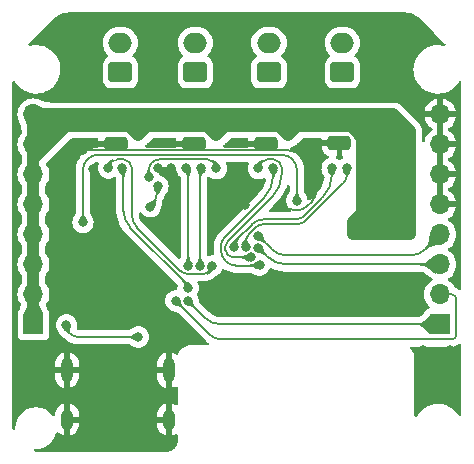
<source format=gbr>
%TF.GenerationSoftware,KiCad,Pcbnew,7.0.11*%
%TF.CreationDate,2025-01-20T01:41:03+09:00*%
%TF.ProjectId,MD,4d442e6b-6963-4616-945f-706362585858,rev?*%
%TF.SameCoordinates,Original*%
%TF.FileFunction,Copper,L2,Bot*%
%TF.FilePolarity,Positive*%
%FSLAX46Y46*%
G04 Gerber Fmt 4.6, Leading zero omitted, Abs format (unit mm)*
G04 Created by KiCad (PCBNEW 7.0.11) date 2025-01-20 01:41:03*
%MOMM*%
%LPD*%
G01*
G04 APERTURE LIST*
G04 Aperture macros list*
%AMRoundRect*
0 Rectangle with rounded corners*
0 $1 Rounding radius*
0 $2 $3 $4 $5 $6 $7 $8 $9 X,Y pos of 4 corners*
0 Add a 4 corners polygon primitive as box body*
4,1,4,$2,$3,$4,$5,$6,$7,$8,$9,$2,$3,0*
0 Add four circle primitives for the rounded corners*
1,1,$1+$1,$2,$3*
1,1,$1+$1,$4,$5*
1,1,$1+$1,$6,$7*
1,1,$1+$1,$8,$9*
0 Add four rect primitives between the rounded corners*
20,1,$1+$1,$2,$3,$4,$5,0*
20,1,$1+$1,$4,$5,$6,$7,0*
20,1,$1+$1,$6,$7,$8,$9,0*
20,1,$1+$1,$8,$9,$2,$3,0*%
G04 Aperture macros list end*
%TA.AperFunction,ComponentPad*%
%ADD10RoundRect,0.300000X-0.700000X-0.300000X0.700000X-0.300000X0.700000X0.300000X-0.700000X0.300000X0*%
%TD*%
%TA.AperFunction,ComponentPad*%
%ADD11O,1.000000X2.100000*%
%TD*%
%TA.AperFunction,ComponentPad*%
%ADD12O,1.000000X1.800000*%
%TD*%
%TA.AperFunction,ComponentPad*%
%ADD13RoundRect,0.250000X0.750000X-0.600000X0.750000X0.600000X-0.750000X0.600000X-0.750000X-0.600000X0*%
%TD*%
%TA.AperFunction,ComponentPad*%
%ADD14O,2.000000X1.700000*%
%TD*%
%TA.AperFunction,ComponentPad*%
%ADD15R,1.700000X1.700000*%
%TD*%
%TA.AperFunction,ComponentPad*%
%ADD16O,1.700000X1.700000*%
%TD*%
%TA.AperFunction,ViaPad*%
%ADD17C,0.800000*%
%TD*%
%TA.AperFunction,Conductor*%
%ADD18C,0.200000*%
%TD*%
%TA.AperFunction,Conductor*%
%ADD19C,1.000000*%
%TD*%
G04 APERTURE END LIST*
D10*
%TO.P,REF\u002A\u002A,1*%
%TO.N,GND*%
X148717000Y-74879200D03*
%TD*%
%TO.P,REF\u002A\u002A,1*%
%TO.N,GND*%
X154813000Y-74879200D03*
%TD*%
D11*
%TO.P,J1,S1,SHIELD*%
%TO.N,GND*%
X137966000Y-94047000D03*
D12*
X137966000Y-98227000D03*
D11*
X146606000Y-94047000D03*
D12*
X146606000Y-98227000D03*
%TD*%
D13*
%TO.P,J7,1,Pin_1*%
%TO.N,/Motor4A*%
X161290000Y-68834000D03*
D14*
%TO.P,J7,2,Pin_2*%
%TO.N,/Motor4B*%
X161290000Y-66334000D03*
%TD*%
D15*
%TO.P,J2,1,Pin_1*%
%TO.N,+12V*%
X135128000Y-90170000D03*
D16*
%TO.P,J2,2,Pin_2*%
X135128000Y-87630000D03*
%TO.P,J2,3,Pin_3*%
X135128000Y-85090000D03*
%TO.P,J2,4,Pin_4*%
X135128000Y-82550000D03*
%TO.P,J2,5,Pin_5*%
X135128000Y-80010000D03*
%TO.P,J2,6,Pin_6*%
X135128000Y-77470000D03*
%TO.P,J2,7,Pin_7*%
X135128000Y-74930000D03*
%TO.P,J2,8,Pin_8*%
X135128000Y-72390000D03*
%TD*%
D15*
%TO.P,J3,1,Pin_1*%
%TO.N,/MDTX*%
X169570000Y-90170000D03*
D16*
%TO.P,J3,2,Pin_2*%
%TO.N,/MDRX*%
X169570000Y-87630000D03*
%TO.P,J3,3,Pin_3*%
%TO.N,/BLDC1*%
X169570000Y-85090000D03*
%TO.P,J3,4,Pin_4*%
%TO.N,/BLDC2*%
X169570000Y-82550000D03*
%TO.P,J3,5,Pin_5*%
%TO.N,GND*%
X169570000Y-80010000D03*
%TO.P,J3,6,Pin_6*%
X169570000Y-77470000D03*
%TO.P,J3,7,Pin_7*%
X169570000Y-74930000D03*
%TO.P,J3,8,Pin_8*%
X169570000Y-72390000D03*
%TD*%
D13*
%TO.P,J6,1,Pin_1*%
%TO.N,/Motor3A*%
X155067000Y-68834000D03*
D14*
%TO.P,J6,2,Pin_2*%
%TO.N,/Motor3B*%
X155067000Y-66334000D03*
%TD*%
D13*
%TO.P,J5,1,Pin_1*%
%TO.N,/Motor2A*%
X148844000Y-68834000D03*
D14*
%TO.P,J5,2,Pin_2*%
%TO.N,/Motor2B*%
X148844000Y-66334000D03*
%TD*%
D10*
%TO.P,REF\u002A\u002A,1*%
%TO.N,GND*%
X161036000Y-74828400D03*
%TD*%
%TO.P,REF\u002A\u002A,1*%
%TO.N,GND*%
X142113000Y-74879200D03*
%TD*%
D13*
%TO.P,J4,1,Pin_1*%
%TO.N,/Motor1A*%
X142494000Y-68834000D03*
D14*
%TO.P,J4,2,Pin_2*%
%TO.N,/Motor1B*%
X142494000Y-66334000D03*
%TD*%
D17*
%TO.N,Net-(U2-XIN)*%
X145669000Y-78455000D03*
X145019208Y-80202360D03*
%TO.N,GND*%
X162560000Y-88392000D03*
X164973000Y-88392000D03*
X157378400Y-67056000D03*
X163372800Y-67208400D03*
X145897600Y-74777600D03*
X156159200Y-80010000D03*
X138074400Y-70764400D03*
X153365200Y-88950800D03*
X144932400Y-67157600D03*
X158902400Y-74828400D03*
X144322800Y-87122000D03*
X157175200Y-87426800D03*
X152298400Y-74777600D03*
X139344400Y-75387200D03*
X168148000Y-92303600D03*
X157175200Y-89001600D03*
X137160000Y-81940400D03*
X142494000Y-64414400D03*
X142290800Y-98348800D03*
X157937200Y-75641200D03*
X138125200Y-65532000D03*
X147116800Y-79639000D03*
X144780000Y-70764400D03*
X137007600Y-85852000D03*
X146558000Y-81534000D03*
X153009600Y-80060800D03*
X148082000Y-70815200D03*
X151180800Y-70764400D03*
X167589200Y-71983600D03*
X145684379Y-76930598D03*
X151180800Y-67106800D03*
X154178000Y-70815200D03*
X146304000Y-100228400D03*
X136245600Y-93624400D03*
X167894000Y-88392000D03*
X138379200Y-88950800D03*
X138074400Y-100279200D03*
X152908000Y-76911200D03*
X140157200Y-77012800D03*
X166370000Y-65430400D03*
X141732000Y-83515200D03*
X157378400Y-70713600D03*
X140299247Y-80075000D03*
X137515600Y-91948000D03*
X159105600Y-76911200D03*
X146812000Y-76911200D03*
X145135600Y-95097600D03*
X153416000Y-87477600D03*
X139242800Y-96977200D03*
X170434000Y-92303600D03*
X141478000Y-70815200D03*
X146608800Y-96164400D03*
X161290000Y-64414400D03*
X155041600Y-64414400D03*
X151739600Y-77978000D03*
X148844000Y-64414400D03*
X163474400Y-70561200D03*
%TO.N,+3.3V*%
X137922000Y-90220800D03*
X144018000Y-91236800D03*
X144907000Y-77724000D03*
X150622000Y-76962000D03*
%TO.N,+12V*%
X156718000Y-74168000D03*
X163322000Y-82550000D03*
X162179000Y-81534000D03*
X156718000Y-72644000D03*
X165862000Y-82550000D03*
X162941000Y-72644000D03*
X163322000Y-81534000D03*
X144018000Y-73406000D03*
X165862000Y-81534000D03*
X162179000Y-82550000D03*
X156718000Y-73406000D03*
X162941000Y-73406000D03*
X167005000Y-81534000D03*
X144018000Y-72644000D03*
X167005000Y-82550000D03*
X144018000Y-74168000D03*
X162941000Y-74168000D03*
X150622000Y-73406000D03*
X150622000Y-72644000D03*
X164592000Y-81534000D03*
X164592000Y-82550000D03*
X150622000Y-74168000D03*
%TO.N,/MDTX*%
X148191739Y-88163000D03*
%TO.N,/MDRX*%
X147191736Y-88163000D03*
%TO.N,/BLDC1*%
X154178000Y-83677003D03*
%TO.N,/BLDC2*%
X154178000Y-82677000D03*
%TO.N,/RUN*%
X139319000Y-81534000D03*
X157429525Y-79694000D03*
%TO.N,/IN1A*%
X142646400Y-76926502D03*
X148224764Y-87079000D03*
%TO.N,/IN1B*%
X150241000Y-85217000D03*
X141478000Y-76926502D03*
%TO.N,/IN2A*%
X149352000Y-76926502D03*
X149236156Y-85188000D03*
%TO.N,/IN2B*%
X148236153Y-85188000D03*
X148082000Y-76926502D03*
%TO.N,/IN3A*%
X154273610Y-85149000D03*
X155448000Y-76962000D03*
%TO.N,/IN3B*%
X153525564Y-84486813D03*
X154178000Y-76962000D03*
%TO.N,/IN4A*%
X153087225Y-83588000D03*
X161671000Y-76962000D03*
%TO.N,/IN4B*%
X152087223Y-83588000D03*
X160401000Y-76962000D03*
%TD*%
D18*
%TO.N,Net-(U2-XIN)*%
X145669000Y-78633640D02*
X145669000Y-78455000D01*
X145019190Y-80202342D02*
G75*
G03*
X145669000Y-78633640I-1568690J1568742D01*
G01*
%TO.N,GND*%
X159105600Y-78736959D02*
X159105600Y-76911200D01*
X158315523Y-80132791D02*
X158677267Y-79771047D01*
X159105600Y-76911200D02*
X158559038Y-76364638D01*
X156199293Y-75387200D02*
X139344400Y-75387200D01*
X157385500Y-80518028D02*
G75*
G03*
X158315523Y-80132791I0J1315228D01*
G01*
X158559045Y-76364631D02*
G75*
G03*
X156199293Y-75387200I-2359745J-2359769D01*
G01*
X156159206Y-80009994D02*
G75*
G03*
X157385500Y-80518000I1226294J1226094D01*
G01*
X158677283Y-79771063D02*
G75*
G03*
X159105600Y-78736959I-1034083J1034063D01*
G01*
%TO.N,+3.3V*%
X144907000Y-77071969D02*
X144907000Y-77724000D01*
X149860013Y-76200000D02*
X145778969Y-76200000D01*
X144018000Y-91236800D02*
X138938001Y-91236800D01*
X150622000Y-76962000D02*
G75*
G03*
X149860013Y-76200000I-762000J0D01*
G01*
X145778969Y-76200000D02*
G75*
G03*
X144907000Y-77071969I31J-872000D01*
G01*
X137922000Y-90220800D02*
G75*
G03*
X138938001Y-91236800I1016000J0D01*
G01*
D19*
%TO.N,+12V*%
X135128000Y-76200000D02*
X135128000Y-73787000D01*
X155956000Y-73406000D02*
X156718000Y-74168000D01*
X163322000Y-81534000D02*
X164120500Y-81534000D01*
X162941000Y-80772000D02*
X162941000Y-74168000D01*
X163322000Y-82550000D02*
X163322000Y-81534000D01*
X162941000Y-73406000D02*
X161798000Y-73406000D01*
X162052000Y-72390000D02*
X135128000Y-72390000D01*
X162433000Y-72390000D02*
X162052000Y-72390000D01*
X162941000Y-74168000D02*
X162941000Y-73406000D01*
X162179000Y-82042000D02*
X162179000Y-81534000D01*
X165862000Y-75057000D02*
X163195000Y-72390000D01*
X143954500Y-72707500D02*
X144018000Y-72644000D01*
X166497000Y-82042000D02*
X166497000Y-74422000D01*
X144018000Y-72644000D02*
X144081500Y-72707500D01*
X165862000Y-81534000D02*
X167005000Y-81534000D01*
X162179000Y-82550000D02*
X163322000Y-82550000D01*
X164120500Y-81534000D02*
X164592000Y-81534000D01*
X135128000Y-90170000D02*
X135128000Y-76200000D01*
X149860000Y-73406000D02*
X150622000Y-74168000D01*
X150622000Y-72644000D02*
X150685500Y-72707500D01*
X143256000Y-73406000D02*
X144018000Y-74168000D01*
X144018000Y-74168000D02*
X144780000Y-73406000D01*
X156654500Y-72707500D02*
X156718000Y-72644000D01*
X136652000Y-73406000D02*
X135128000Y-74930000D01*
X135128000Y-73787000D02*
X135128000Y-72390000D01*
X150558500Y-72707500D02*
X150622000Y-72644000D01*
X156718000Y-74168000D02*
X157480000Y-73406000D01*
X150622000Y-74168000D02*
X151384000Y-73406000D01*
X136207500Y-72707500D02*
X135128000Y-73787000D01*
X161798000Y-73406000D02*
X136652000Y-73406000D01*
X166497000Y-82042000D02*
X167005000Y-81534000D01*
X151384000Y-73406000D02*
X155956000Y-73406000D01*
X166497000Y-74422000D02*
X164465000Y-72390000D01*
X164592000Y-81534000D02*
X165862000Y-81534000D01*
X164465000Y-72390000D02*
X163195000Y-72390000D01*
X165227000Y-82042000D02*
X166497000Y-82042000D01*
X136525000Y-72390000D02*
X136207500Y-72707500D01*
X163957000Y-75692000D02*
X163322000Y-75057000D01*
X144780000Y-73406000D02*
X149860000Y-73406000D01*
X163322000Y-74700184D02*
X163322000Y-75057000D01*
X136207500Y-72707500D02*
X143954500Y-72707500D01*
X163195000Y-72390000D02*
X162433000Y-72390000D01*
X165227000Y-82042000D02*
X165227000Y-75692000D01*
X167005000Y-82550000D02*
X167005000Y-81534000D01*
X165608000Y-72390000D02*
X164465000Y-72390000D01*
X162179000Y-82550000D02*
X162179000Y-82042000D01*
X161099500Y-72707500D02*
X161798000Y-73406000D01*
X150685500Y-72707500D02*
X156654500Y-72707500D01*
X165862000Y-81534000D02*
X165862000Y-75057000D01*
X137922000Y-73406000D02*
X143256000Y-73406000D01*
X163322000Y-82550000D02*
X163322000Y-75057000D01*
X164592000Y-81534000D02*
X164592000Y-75057000D01*
X162179000Y-82042000D02*
X163957000Y-82042000D01*
X162433000Y-72390000D02*
X136525000Y-72390000D01*
X162179000Y-82550000D02*
X167005000Y-82550000D01*
X167005000Y-81534000D02*
X167005000Y-73787000D01*
X164592000Y-75057000D02*
X162941000Y-73406000D01*
X163957000Y-82042000D02*
X163957000Y-75692000D01*
X163957000Y-82042000D02*
X165227000Y-82042000D01*
X162027816Y-73406000D02*
X163322000Y-74700184D01*
X163322000Y-75057000D02*
X163322000Y-73660000D01*
X157480000Y-73406000D02*
X162027816Y-73406000D01*
X167005000Y-73787000D02*
X165608000Y-72390000D01*
X135128000Y-76200000D02*
X137922000Y-73406000D01*
X156781500Y-72707500D02*
X161099500Y-72707500D01*
X156718000Y-72644000D02*
X156781500Y-72707500D01*
X165227000Y-75692000D02*
X164592000Y-75057000D01*
X144081500Y-72707500D02*
X150558500Y-72707500D01*
X163322000Y-73660000D02*
X162052000Y-72390000D01*
X162179000Y-81534000D02*
X162941000Y-80772000D01*
X162179000Y-81534000D02*
X167005000Y-81534000D01*
D18*
%TO.N,/MDTX*%
X169570000Y-90170000D02*
X151033034Y-90170000D01*
X149608803Y-89580064D02*
X148191739Y-88163000D01*
X149608779Y-89580088D02*
G75*
G03*
X151033034Y-90170000I1424221J1424288D01*
G01*
%TO.N,/MDRX*%
X170540914Y-91440000D02*
X151023336Y-91440000D01*
X170942000Y-88049762D02*
X170942000Y-91038914D01*
X150076575Y-91047839D02*
X147191736Y-88163000D01*
X169570000Y-87630000D02*
X170522238Y-87630000D01*
X150076562Y-91047852D02*
G75*
G03*
X151023336Y-91440000I946738J946752D01*
G01*
X170540914Y-91440000D02*
G75*
G03*
X170942000Y-91038914I-14J401100D01*
G01*
X170942000Y-88049762D02*
G75*
G03*
X170522238Y-87630000I-419800J-38D01*
G01*
%TO.N,/BLDC1*%
X169570000Y-85090000D02*
X156550432Y-85090000D01*
X154912574Y-84411577D02*
X154178000Y-83677003D01*
X154912554Y-84411597D02*
G75*
G03*
X156550432Y-85090000I1637846J1637897D01*
G01*
%TO.N,/BLDC2*%
X166996948Y-84328000D02*
X156554344Y-84328000D01*
X169570000Y-82550000D02*
X168354187Y-83765813D01*
X155316104Y-83815104D02*
X154178000Y-82677000D01*
X166996948Y-84328041D02*
G75*
G03*
X168354187Y-83765813I-48J1919441D01*
G01*
X155316089Y-83815119D02*
G75*
G03*
X156554344Y-84328000I1238211J1238219D01*
G01*
%TO.N,/RUN*%
X157429525Y-79694000D02*
X157429525Y-77105398D01*
X139319000Y-77110272D02*
X139319000Y-81534000D01*
X156124127Y-75800000D02*
X140629272Y-75800000D01*
X140629272Y-75800000D02*
G75*
G03*
X139319000Y-77110272I28J-1310300D01*
G01*
X157429500Y-77105398D02*
G75*
G03*
X156124127Y-75800000I-1305400J-2D01*
G01*
%TO.N,/IN1A*%
X142748000Y-77028102D02*
X142748000Y-80533437D01*
X142646400Y-76926502D02*
X142748000Y-77028102D01*
X143343409Y-81970882D02*
X148064470Y-86691943D01*
X148224749Y-87079000D02*
G75*
G03*
X148064470Y-86691943I-547249J100D01*
G01*
X142747958Y-80533437D02*
G75*
G03*
X143343409Y-81970882I2032842J37D01*
G01*
%TO.N,/IN1B*%
X142744013Y-76200000D02*
X142204495Y-76200000D01*
X143448000Y-80861162D02*
X143448000Y-76903987D01*
X149570001Y-85888000D02*
X148221462Y-85888000D01*
X147546730Y-85608517D02*
X143906647Y-81968434D01*
X149570001Y-85888000D02*
G75*
G03*
X150241000Y-85217000I-1J671000D01*
G01*
X143448022Y-80861162D02*
G75*
G03*
X143906648Y-81968433I1565878J-38D01*
G01*
X147546752Y-85608495D02*
G75*
G03*
X148221462Y-85888000I674748J674695D01*
G01*
X143448000Y-76903987D02*
G75*
G03*
X142744013Y-76200000I-704000J-13D01*
G01*
X142204495Y-76200000D02*
G75*
G03*
X141478000Y-76926502I5J-726500D01*
G01*
%TO.N,/IN2A*%
X149236156Y-85188000D02*
X149236156Y-77206201D01*
X149352007Y-76926509D02*
G75*
G03*
X149236156Y-77206201I279693J-279691D01*
G01*
%TO.N,/IN2B*%
X148236153Y-85188000D02*
X148236153Y-77298701D01*
X148236139Y-77298701D02*
G75*
G03*
X148082000Y-76926502I-526439J1D01*
G01*
%TO.N,/IN3A*%
X154273610Y-85149000D02*
X154235797Y-85186813D01*
X150987223Y-83855993D02*
X150987223Y-83560606D01*
X154235797Y-85186813D02*
X152318043Y-85186813D01*
X151290036Y-82829551D02*
X154597739Y-79521848D01*
X155448000Y-77469135D02*
X155448000Y-76962000D01*
X150987187Y-83855993D02*
G75*
G03*
X152318043Y-85186813I1330813J-7D01*
G01*
X154597726Y-79521835D02*
G75*
G03*
X155448000Y-77469135I-2052726J2052735D01*
G01*
X151290031Y-82829546D02*
G75*
G03*
X150987223Y-83560606I731069J-731054D01*
G01*
%TO.N,/IN3B*%
X156148000Y-76962000D02*
X156148000Y-76897817D01*
X155450183Y-76200000D02*
X155321000Y-76200000D01*
X155321000Y-76200000D02*
X155067000Y-76200000D01*
X153525564Y-84486813D02*
X152010194Y-84486813D01*
X154939999Y-76200000D02*
X155067000Y-76200000D01*
X151579935Y-83105338D02*
X155370446Y-79314826D01*
X155067000Y-76200000D02*
X154940000Y-76200000D01*
X156148000Y-77437644D02*
X156148000Y-76962000D01*
X151387223Y-83863842D02*
X151387223Y-83570586D01*
X155370416Y-79314796D02*
G75*
G03*
X156148000Y-77437644I-1877116J1877196D01*
G01*
X156148000Y-76897817D02*
G75*
G03*
X155450183Y-76200000I-697800J17D01*
G01*
X151579939Y-83105342D02*
G75*
G03*
X151387223Y-83570586I465261J-465258D01*
G01*
X154939999Y-76200000D02*
G75*
G03*
X154178000Y-76962000I1J-762000D01*
G01*
X151387187Y-83863842D02*
G75*
G03*
X152010194Y-84486813I623013J42D01*
G01*
%TO.N,/IN4A*%
X158216247Y-81363439D02*
X161354998Y-78224688D01*
X153087225Y-83588000D02*
X153087225Y-83267888D01*
X161671000Y-77461791D02*
X161671000Y-76962000D01*
X154684092Y-81661000D02*
X157497870Y-81661000D01*
X153433751Y-82431299D02*
X153864609Y-82000441D01*
X157497870Y-81660990D02*
G75*
G03*
X158216247Y-81363439I30J1015890D01*
G01*
X153433766Y-82431314D02*
G75*
G03*
X153087225Y-83267888I836534J-836586D01*
G01*
X161355003Y-78224693D02*
G75*
G03*
X161671000Y-77461791I-762903J762893D01*
G01*
X154684092Y-81660988D02*
G75*
G03*
X153864609Y-82000441I8J-1158912D01*
G01*
%TO.N,/IN4B*%
X160401000Y-77459797D02*
X160401000Y-76962000D01*
X154673929Y-81261000D02*
X157495587Y-81261000D01*
X152352984Y-82946380D02*
X153588954Y-81710411D01*
X157935018Y-81078982D02*
X159585562Y-79428438D01*
X154673929Y-81261025D02*
G75*
G03*
X153588955Y-81710412I-29J-1534375D01*
G01*
X152352990Y-82946386D02*
G75*
G03*
X152087223Y-83588000I641610J-641614D01*
G01*
X159585568Y-79428444D02*
G75*
G03*
X160401000Y-77459797I-1968668J1968644D01*
G01*
X157495587Y-81260976D02*
G75*
G03*
X157935018Y-81078982I13J621476D01*
G01*
%TD*%
%TA.AperFunction,Conductor*%
%TO.N,GND*%
G36*
X166525045Y-63752268D02*
G01*
X166528618Y-63752468D01*
X166574428Y-63755040D01*
X166575168Y-63755085D01*
X166754451Y-63766833D01*
X166767068Y-63768315D01*
X166859513Y-63784021D01*
X166862887Y-63784643D01*
X166995664Y-63811051D01*
X167005732Y-63813498D01*
X167103236Y-63841587D01*
X167108717Y-63843305D01*
X167230357Y-63884595D01*
X167237903Y-63887435D01*
X167333210Y-63926911D01*
X167340526Y-63930225D01*
X167455753Y-63987046D01*
X167460854Y-63989711D01*
X167549636Y-64038778D01*
X167558507Y-64044179D01*
X167671094Y-64119404D01*
X167673898Y-64121336D01*
X167750337Y-64175570D01*
X167760351Y-64183480D01*
X167897024Y-64303360D01*
X167897882Y-64304120D01*
X167932484Y-64335041D01*
X167937540Y-64339821D01*
X169060323Y-65462604D01*
X169984788Y-66387068D01*
X170018273Y-66448391D01*
X170013289Y-66518083D01*
X169971417Y-66574016D01*
X169905953Y-66598433D01*
X169862929Y-66593946D01*
X169840393Y-66587484D01*
X169777364Y-66569411D01*
X169777360Y-66569410D01*
X169777355Y-66569409D01*
X169493389Y-66529500D01*
X169493385Y-66529500D01*
X169278396Y-66529500D01*
X169278383Y-66529500D01*
X169063925Y-66544497D01*
X169063921Y-66544497D01*
X168783427Y-66604119D01*
X168513954Y-66702199D01*
X168260752Y-66836827D01*
X168260745Y-66836832D01*
X168028753Y-67005383D01*
X168028746Y-67005389D01*
X167822459Y-67204599D01*
X167645907Y-67430574D01*
X167502525Y-67678920D01*
X167502519Y-67678932D01*
X167395097Y-67944811D01*
X167361092Y-68081200D01*
X167325721Y-68223065D01*
X167311840Y-68355137D01*
X167295744Y-68508274D01*
X167305752Y-68794855D01*
X167305753Y-68794862D01*
X167355549Y-69077269D01*
X167355550Y-69077273D01*
X167444168Y-69350010D01*
X167569874Y-69607745D01*
X167569877Y-69607749D01*
X167569879Y-69607753D01*
X167730238Y-69845496D01*
X167730241Y-69845499D01*
X167922120Y-70058603D01*
X167922127Y-70058610D01*
X168141797Y-70242936D01*
X168368994Y-70384905D01*
X168384998Y-70394905D01*
X168503800Y-70447799D01*
X168646962Y-70511540D01*
X168646967Y-70511541D01*
X168646975Y-70511545D01*
X168922636Y-70590589D01*
X168922641Y-70590589D01*
X168922646Y-70590591D01*
X169111955Y-70617196D01*
X169206610Y-70630499D01*
X169206612Y-70630500D01*
X169206615Y-70630500D01*
X169421592Y-70630500D01*
X169421604Y-70630500D01*
X169636071Y-70615503D01*
X169636076Y-70615502D01*
X169636078Y-70615502D01*
X169757663Y-70589657D01*
X169916575Y-70555880D01*
X170186050Y-70457799D01*
X170439253Y-70323169D01*
X170671254Y-70154610D01*
X170877539Y-69955403D01*
X171054093Y-69729425D01*
X171118113Y-69618537D01*
X171168679Y-69570323D01*
X171237286Y-69557099D01*
X171302151Y-69583067D01*
X171342680Y-69639981D01*
X171349500Y-69680538D01*
X171349500Y-87146160D01*
X171329815Y-87213199D01*
X171277011Y-87258954D01*
X171207853Y-87268898D01*
X171145794Y-87241149D01*
X171109675Y-87210841D01*
X170955082Y-87121580D01*
X170906786Y-87103999D01*
X170844292Y-87081249D01*
X170788032Y-87039820D01*
X170774328Y-87017134D01*
X170744037Y-86952175D01*
X170744034Y-86952169D01*
X170608494Y-86758597D01*
X170441402Y-86591506D01*
X170441396Y-86591501D01*
X170255842Y-86461575D01*
X170212217Y-86406998D01*
X170205023Y-86337500D01*
X170236546Y-86275145D01*
X170255842Y-86258425D01*
X170280570Y-86241110D01*
X170441401Y-86128495D01*
X170608495Y-85961401D01*
X170744035Y-85767830D01*
X170843903Y-85553663D01*
X170905063Y-85325408D01*
X170925659Y-85090000D01*
X170905063Y-84854592D01*
X170843903Y-84626337D01*
X170744035Y-84412171D01*
X170703278Y-84353963D01*
X170608494Y-84218597D01*
X170441402Y-84051506D01*
X170441396Y-84051501D01*
X170255842Y-83921575D01*
X170212217Y-83866998D01*
X170205023Y-83797500D01*
X170236546Y-83735145D01*
X170255842Y-83718425D01*
X170278026Y-83702891D01*
X170441401Y-83588495D01*
X170608495Y-83421401D01*
X170744035Y-83227830D01*
X170843903Y-83013663D01*
X170905063Y-82785408D01*
X170925659Y-82550000D01*
X170905063Y-82314592D01*
X170843903Y-82086337D01*
X170744035Y-81872171D01*
X170737594Y-81862971D01*
X170608494Y-81678597D01*
X170441402Y-81511506D01*
X170441401Y-81511505D01*
X170255405Y-81381269D01*
X170211781Y-81326692D01*
X170204588Y-81257193D01*
X170236110Y-81194839D01*
X170255405Y-81178119D01*
X170441082Y-81048105D01*
X170608105Y-80881082D01*
X170743600Y-80687578D01*
X170843429Y-80473492D01*
X170843432Y-80473486D01*
X170900636Y-80260000D01*
X170003686Y-80260000D01*
X170029493Y-80219844D01*
X170070000Y-80081889D01*
X170070000Y-79938111D01*
X170029493Y-79800156D01*
X170003686Y-79760000D01*
X170900636Y-79760000D01*
X170900635Y-79759999D01*
X170843432Y-79546513D01*
X170843429Y-79546507D01*
X170743600Y-79332422D01*
X170743599Y-79332420D01*
X170608113Y-79138926D01*
X170608108Y-79138920D01*
X170441082Y-78971894D01*
X170254968Y-78841575D01*
X170211344Y-78786998D01*
X170204151Y-78717499D01*
X170235673Y-78655145D01*
X170254968Y-78638425D01*
X170441082Y-78508105D01*
X170608105Y-78341082D01*
X170743600Y-78147578D01*
X170843429Y-77933492D01*
X170843432Y-77933486D01*
X170900636Y-77720000D01*
X170003686Y-77720000D01*
X170029493Y-77679844D01*
X170070000Y-77541889D01*
X170070000Y-77398111D01*
X170029493Y-77260156D01*
X170003686Y-77220000D01*
X170900636Y-77220000D01*
X170900635Y-77219999D01*
X170843432Y-77006513D01*
X170843429Y-77006507D01*
X170743600Y-76792422D01*
X170743599Y-76792420D01*
X170608113Y-76598926D01*
X170608108Y-76598920D01*
X170441082Y-76431894D01*
X170254968Y-76301575D01*
X170211344Y-76246998D01*
X170204151Y-76177499D01*
X170235673Y-76115145D01*
X170254968Y-76098425D01*
X170441082Y-75968105D01*
X170608105Y-75801082D01*
X170743600Y-75607578D01*
X170843429Y-75393492D01*
X170843432Y-75393486D01*
X170900636Y-75180000D01*
X170003686Y-75180000D01*
X170029493Y-75139844D01*
X170070000Y-75001889D01*
X170070000Y-74858111D01*
X170029493Y-74720156D01*
X170003686Y-74680000D01*
X170900636Y-74680000D01*
X170900635Y-74679999D01*
X170843432Y-74466513D01*
X170843429Y-74466507D01*
X170743600Y-74252422D01*
X170743599Y-74252420D01*
X170608113Y-74058926D01*
X170608108Y-74058920D01*
X170441082Y-73891894D01*
X170254968Y-73761575D01*
X170211344Y-73706998D01*
X170204151Y-73637499D01*
X170235673Y-73575145D01*
X170254968Y-73558425D01*
X170441082Y-73428105D01*
X170608105Y-73261082D01*
X170743600Y-73067578D01*
X170843429Y-72853492D01*
X170843432Y-72853486D01*
X170900636Y-72640000D01*
X170003686Y-72640000D01*
X170029493Y-72599844D01*
X170070000Y-72461889D01*
X170070000Y-72318111D01*
X170029493Y-72180156D01*
X170003686Y-72140000D01*
X170900636Y-72140000D01*
X170900635Y-72139999D01*
X170843432Y-71926513D01*
X170843429Y-71926507D01*
X170743600Y-71712422D01*
X170743599Y-71712420D01*
X170608113Y-71518926D01*
X170608108Y-71518920D01*
X170441082Y-71351894D01*
X170247578Y-71216399D01*
X170033492Y-71116570D01*
X170033486Y-71116567D01*
X169820000Y-71059364D01*
X169820000Y-71954498D01*
X169712315Y-71905320D01*
X169605763Y-71890000D01*
X169534237Y-71890000D01*
X169427685Y-71905320D01*
X169320000Y-71954498D01*
X169320000Y-71059364D01*
X169319999Y-71059364D01*
X169106513Y-71116567D01*
X169106507Y-71116570D01*
X168892422Y-71216399D01*
X168892420Y-71216400D01*
X168698926Y-71351886D01*
X168698920Y-71351891D01*
X168531891Y-71518920D01*
X168531886Y-71518926D01*
X168396400Y-71712420D01*
X168396399Y-71712422D01*
X168296570Y-71926507D01*
X168296567Y-71926513D01*
X168239364Y-72139999D01*
X168239364Y-72140000D01*
X169136314Y-72140000D01*
X169110507Y-72180156D01*
X169070000Y-72318111D01*
X169070000Y-72461889D01*
X169110507Y-72599844D01*
X169136314Y-72640000D01*
X168239364Y-72640000D01*
X168296567Y-72853486D01*
X168296570Y-72853492D01*
X168396399Y-73067578D01*
X168531894Y-73261082D01*
X168698917Y-73428105D01*
X168885031Y-73558425D01*
X168928656Y-73613003D01*
X168935848Y-73682501D01*
X168904326Y-73744856D01*
X168885031Y-73761575D01*
X168698922Y-73891890D01*
X168698920Y-73891891D01*
X168531891Y-74058920D01*
X168531886Y-74058926D01*
X168396400Y-74252420D01*
X168396399Y-74252422D01*
X168296570Y-74466507D01*
X168296566Y-74466516D01*
X168249275Y-74643012D01*
X168212910Y-74702673D01*
X168150063Y-74733202D01*
X168080687Y-74724907D01*
X168026810Y-74680422D01*
X168005535Y-74613870D01*
X168005500Y-74610919D01*
X168005500Y-73801237D01*
X168005540Y-73798095D01*
X168007756Y-73710642D01*
X168007755Y-73710641D01*
X168007756Y-73710636D01*
X167997345Y-73652554D01*
X167996042Y-73643260D01*
X167990074Y-73584562D01*
X167985788Y-73570903D01*
X167980967Y-73555536D01*
X167977224Y-73540287D01*
X167971858Y-73510348D01*
X167949976Y-73455567D01*
X167946822Y-73446709D01*
X167929159Y-73390412D01*
X167929158Y-73390411D01*
X167929157Y-73390406D01*
X167914396Y-73363814D01*
X167907659Y-73349629D01*
X167896378Y-73321385D01*
X167896375Y-73321380D01*
X167863918Y-73272131D01*
X167859036Y-73264074D01*
X167857375Y-73261082D01*
X167830409Y-73212498D01*
X167810588Y-73189410D01*
X167801144Y-73176885D01*
X167784402Y-73151481D01*
X167742692Y-73109771D01*
X167736300Y-73102875D01*
X167697866Y-73058105D01*
X167673804Y-73039479D01*
X167662026Y-73029105D01*
X166325566Y-71692646D01*
X166323373Y-71690397D01*
X166263061Y-71626949D01*
X166263060Y-71626948D01*
X166263059Y-71626947D01*
X166214640Y-71593246D01*
X166207120Y-71587575D01*
X166161413Y-71550305D01*
X166161406Y-71550301D01*
X166134441Y-71536216D01*
X166121026Y-71528089D01*
X166096049Y-71510705D01*
X166096046Y-71510703D01*
X166096045Y-71510703D01*
X166096041Y-71510701D01*
X166041845Y-71487443D01*
X166033336Y-71483402D01*
X165981057Y-71456094D01*
X165981046Y-71456090D01*
X165951806Y-71447723D01*
X165937021Y-71442459D01*
X165909058Y-71430459D01*
X165851273Y-71418583D01*
X165842127Y-71416338D01*
X165785423Y-71400113D01*
X165761699Y-71398306D01*
X165755072Y-71397801D01*
X165739533Y-71395622D01*
X165709742Y-71389500D01*
X165709741Y-71389500D01*
X165650759Y-71389500D01*
X165641344Y-71389142D01*
X165638643Y-71388936D01*
X165582524Y-71384662D01*
X165552349Y-71388506D01*
X165536682Y-71389500D01*
X164507759Y-71389500D01*
X164498344Y-71389142D01*
X164495643Y-71388936D01*
X164439524Y-71384662D01*
X164409349Y-71388506D01*
X164393682Y-71389500D01*
X163237759Y-71389500D01*
X163228344Y-71389142D01*
X163225643Y-71388936D01*
X163169524Y-71384662D01*
X163139349Y-71388506D01*
X163123682Y-71389500D01*
X162094759Y-71389500D01*
X162085344Y-71389142D01*
X162082643Y-71388936D01*
X162026524Y-71384662D01*
X161996349Y-71388506D01*
X161980682Y-71389500D01*
X136864461Y-71389500D01*
X136845455Y-71388035D01*
X136822029Y-71384401D01*
X136822035Y-71384401D01*
X136503926Y-71380877D01*
X136495821Y-71380522D01*
X136308902Y-71366191D01*
X136292267Y-71363773D01*
X136160695Y-71335429D01*
X136145582Y-71331156D01*
X135960643Y-71265959D01*
X135954911Y-71263777D01*
X135655511Y-71141269D01*
X135655469Y-71141253D01*
X135622005Y-71129560D01*
X135610507Y-71124884D01*
X135609117Y-71124236D01*
X135591663Y-71116097D01*
X135591659Y-71116096D01*
X135591655Y-71116094D01*
X135363413Y-71054938D01*
X135363403Y-71054936D01*
X135128001Y-71034341D01*
X135127999Y-71034341D01*
X134892596Y-71054936D01*
X134892586Y-71054938D01*
X134664344Y-71116094D01*
X134664335Y-71116098D01*
X134450171Y-71215964D01*
X134450169Y-71215965D01*
X134256597Y-71351505D01*
X134089505Y-71518597D01*
X133953965Y-71712169D01*
X133953964Y-71712171D01*
X133854098Y-71926335D01*
X133854094Y-71926344D01*
X133792938Y-72154586D01*
X133792936Y-72154596D01*
X133772341Y-72389999D01*
X133772341Y-72390000D01*
X133792936Y-72625403D01*
X133792938Y-72625413D01*
X133854094Y-72853655D01*
X133854099Y-72853669D01*
X133868900Y-72885409D01*
X133876796Y-72907658D01*
X133879259Y-72917485D01*
X134001777Y-73216911D01*
X134003959Y-73222643D01*
X134069156Y-73407582D01*
X134073429Y-73422694D01*
X134101774Y-73554266D01*
X134104192Y-73570903D01*
X134118521Y-73757822D01*
X134118876Y-73765926D01*
X134121186Y-73974326D01*
X134102246Y-74041579D01*
X134092189Y-74055399D01*
X134089506Y-74058596D01*
X133953965Y-74252169D01*
X133953964Y-74252171D01*
X133854098Y-74466335D01*
X133854094Y-74466344D01*
X133792938Y-74694586D01*
X133792936Y-74694596D01*
X133772341Y-74929999D01*
X133772341Y-74930000D01*
X133792936Y-75165403D01*
X133792938Y-75165413D01*
X133854094Y-75393655D01*
X133854096Y-75393659D01*
X133854097Y-75393663D01*
X133912135Y-75518125D01*
X133953965Y-75607830D01*
X133953967Y-75607834D01*
X134089501Y-75801395D01*
X134089506Y-75801402D01*
X134091181Y-75803077D01*
X134091682Y-75803995D01*
X134092982Y-75805544D01*
X134092670Y-75805805D01*
X134124666Y-75864400D01*
X134127500Y-75890758D01*
X134127500Y-76157240D01*
X134127142Y-76166656D01*
X134122662Y-76225474D01*
X134126506Y-76255649D01*
X134127500Y-76271317D01*
X134127500Y-76509241D01*
X134107815Y-76576280D01*
X134091181Y-76596922D01*
X134089505Y-76598597D01*
X133953965Y-76792169D01*
X133953964Y-76792171D01*
X133854098Y-77006335D01*
X133854094Y-77006344D01*
X133792938Y-77234586D01*
X133792936Y-77234596D01*
X133772341Y-77469999D01*
X133772341Y-77470000D01*
X133792936Y-77705403D01*
X133792938Y-77705413D01*
X133854094Y-77933655D01*
X133854096Y-77933659D01*
X133854097Y-77933663D01*
X133953847Y-78147578D01*
X133953965Y-78147830D01*
X133953967Y-78147834D01*
X134089501Y-78341395D01*
X134089506Y-78341402D01*
X134091181Y-78343077D01*
X134091682Y-78343995D01*
X134092982Y-78345544D01*
X134092670Y-78345805D01*
X134124666Y-78404400D01*
X134127500Y-78430758D01*
X134127500Y-79049241D01*
X134107815Y-79116280D01*
X134091181Y-79136922D01*
X134089505Y-79138597D01*
X133953965Y-79332169D01*
X133953964Y-79332171D01*
X133854098Y-79546335D01*
X133854094Y-79546344D01*
X133792938Y-79774586D01*
X133792936Y-79774596D01*
X133772341Y-80009999D01*
X133772341Y-80010000D01*
X133792936Y-80245403D01*
X133792938Y-80245413D01*
X133854094Y-80473655D01*
X133854096Y-80473659D01*
X133854097Y-80473663D01*
X133944662Y-80667880D01*
X133953965Y-80687830D01*
X133953967Y-80687834D01*
X134047403Y-80821273D01*
X134087782Y-80878941D01*
X134089501Y-80881395D01*
X134089506Y-80881402D01*
X134091181Y-80883077D01*
X134091682Y-80883995D01*
X134092982Y-80885544D01*
X134092670Y-80885805D01*
X134124666Y-80944400D01*
X134127500Y-80970758D01*
X134127500Y-81589241D01*
X134107815Y-81656280D01*
X134091181Y-81676922D01*
X134089505Y-81678597D01*
X133953965Y-81872169D01*
X133953964Y-81872171D01*
X133854098Y-82086335D01*
X133854094Y-82086344D01*
X133792938Y-82314586D01*
X133792936Y-82314596D01*
X133772341Y-82549999D01*
X133772341Y-82550000D01*
X133792936Y-82785403D01*
X133792938Y-82785413D01*
X133854094Y-83013655D01*
X133854096Y-83013659D01*
X133854097Y-83013663D01*
X133924931Y-83165567D01*
X133953965Y-83227830D01*
X133953967Y-83227834D01*
X134045649Y-83358768D01*
X134065570Y-83387219D01*
X134089501Y-83421395D01*
X134089506Y-83421402D01*
X134091181Y-83423077D01*
X134091682Y-83423995D01*
X134092982Y-83425544D01*
X134092670Y-83425805D01*
X134124666Y-83484400D01*
X134127500Y-83510758D01*
X134127500Y-84129241D01*
X134107815Y-84196280D01*
X134091181Y-84216922D01*
X134089505Y-84218597D01*
X133953965Y-84412169D01*
X133953964Y-84412171D01*
X133854098Y-84626335D01*
X133854094Y-84626344D01*
X133792938Y-84854586D01*
X133792936Y-84854596D01*
X133772341Y-85089999D01*
X133772341Y-85090000D01*
X133792936Y-85325403D01*
X133792938Y-85325413D01*
X133854094Y-85553655D01*
X133854096Y-85553659D01*
X133854097Y-85553663D01*
X133917906Y-85690501D01*
X133953965Y-85767830D01*
X133953967Y-85767834D01*
X134089501Y-85961395D01*
X134089506Y-85961402D01*
X134091181Y-85963077D01*
X134091682Y-85963995D01*
X134092982Y-85965544D01*
X134092670Y-85965805D01*
X134124666Y-86024400D01*
X134127500Y-86050758D01*
X134127500Y-86669241D01*
X134107815Y-86736280D01*
X134091181Y-86756922D01*
X134089505Y-86758597D01*
X133953965Y-86952169D01*
X133953964Y-86952171D01*
X133854098Y-87166335D01*
X133854094Y-87166344D01*
X133792938Y-87394586D01*
X133792936Y-87394596D01*
X133772341Y-87629999D01*
X133772341Y-87630000D01*
X133792936Y-87865403D01*
X133792938Y-87865413D01*
X133854094Y-88093655D01*
X133854096Y-88093659D01*
X133854097Y-88093663D01*
X133953964Y-88307828D01*
X133953965Y-88307830D01*
X133953967Y-88307834D01*
X134049952Y-88444914D01*
X134072279Y-88511120D01*
X134064804Y-88558706D01*
X134017628Y-88687431D01*
X134015861Y-88691975D01*
X133956402Y-88836377D01*
X133953974Y-88841890D01*
X133898671Y-88959607D01*
X133895233Y-88966378D01*
X133839057Y-89069099D01*
X133837897Y-89070903D01*
X133834205Y-89077665D01*
X133810407Y-89141468D01*
X133809589Y-89143600D01*
X133792475Y-89187020D01*
X133792052Y-89188676D01*
X133788110Y-89201251D01*
X133783909Y-89212514D01*
X133783908Y-89212520D01*
X133777511Y-89272025D01*
X133777501Y-89272123D01*
X133777500Y-89272135D01*
X133777500Y-91067870D01*
X133777501Y-91067876D01*
X133783908Y-91127483D01*
X133834202Y-91262328D01*
X133834206Y-91262335D01*
X133920452Y-91377544D01*
X133920455Y-91377547D01*
X134035664Y-91463793D01*
X134035671Y-91463797D01*
X134170517Y-91514091D01*
X134170516Y-91514091D01*
X134177444Y-91514835D01*
X134230127Y-91520500D01*
X136025872Y-91520499D01*
X136085483Y-91514091D01*
X136220331Y-91463796D01*
X136335546Y-91377546D01*
X136421796Y-91262331D01*
X136472091Y-91127483D01*
X136478500Y-91067873D01*
X136478500Y-90220800D01*
X137016540Y-90220800D01*
X137036326Y-90409056D01*
X137036327Y-90409059D01*
X137094818Y-90589077D01*
X137094821Y-90589084D01*
X137189467Y-90753016D01*
X137223545Y-90790863D01*
X137266528Y-90838601D01*
X137273422Y-90846965D01*
X137291039Y-90870359D01*
X137397217Y-90975931D01*
X137397298Y-90976011D01*
X137399668Y-90978353D01*
X137479839Y-91056993D01*
X137480063Y-91057228D01*
X137481938Y-91059054D01*
X137482198Y-91059308D01*
X137482261Y-91059367D01*
X137482781Y-91059873D01*
X137482784Y-91059877D01*
X137551268Y-91126560D01*
X137552823Y-91128074D01*
X137553150Y-91128394D01*
X137632636Y-91206364D01*
X137633085Y-91206807D01*
X137663251Y-91236800D01*
X137737915Y-91311038D01*
X137737923Y-91311045D01*
X137758017Y-91329016D01*
X137769064Y-91340238D01*
X137792046Y-91366761D01*
X137966794Y-91518181D01*
X138146172Y-91633461D01*
X138161316Y-91643193D01*
X138371649Y-91739248D01*
X138593512Y-91804393D01*
X138822387Y-91837300D01*
X138898640Y-91837300D01*
X143152722Y-91837300D01*
X143181151Y-91840603D01*
X143183970Y-91841267D01*
X143234179Y-91845723D01*
X143249351Y-91847070D01*
X143305270Y-91866168D01*
X143319377Y-91875204D01*
X143321816Y-91876807D01*
X143423761Y-91945543D01*
X143443459Y-91957928D01*
X143451055Y-91962705D01*
X143452335Y-91963454D01*
X143452347Y-91963460D01*
X143452353Y-91963464D01*
X143480312Y-91978663D01*
X143606855Y-92042373D01*
X143626384Y-92052205D01*
X143642521Y-92059974D01*
X143643280Y-92060323D01*
X143643288Y-92060326D01*
X143706636Y-92084131D01*
X143713449Y-92086925D01*
X143738197Y-92097944D01*
X143923354Y-92137300D01*
X143923355Y-92137300D01*
X144112644Y-92137300D01*
X144112646Y-92137300D01*
X144297803Y-92097944D01*
X144470730Y-92020951D01*
X144623871Y-91909688D01*
X144750533Y-91769016D01*
X144845179Y-91605084D01*
X144903674Y-91425056D01*
X144923460Y-91236800D01*
X144903674Y-91048544D01*
X144849112Y-90880623D01*
X144845181Y-90868522D01*
X144845180Y-90868521D01*
X144845179Y-90868516D01*
X144750533Y-90704584D01*
X144623871Y-90563912D01*
X144623870Y-90563911D01*
X144470734Y-90452651D01*
X144470729Y-90452648D01*
X144297807Y-90375657D01*
X144297802Y-90375655D01*
X144152001Y-90344665D01*
X144112646Y-90336300D01*
X143923354Y-90336300D01*
X143883999Y-90344665D01*
X143738198Y-90375655D01*
X143738193Y-90375657D01*
X143668621Y-90406632D01*
X143657621Y-90410915D01*
X143626392Y-90421390D01*
X143626390Y-90421390D01*
X143626387Y-90421392D01*
X143535736Y-90467032D01*
X143480284Y-90494950D01*
X143452333Y-90510144D01*
X143451064Y-90510887D01*
X143423784Y-90528040D01*
X143321855Y-90596764D01*
X143319421Y-90598364D01*
X143305273Y-90607427D01*
X143249353Y-90626527D01*
X143183958Y-90632332D01*
X143158456Y-90635408D01*
X143143612Y-90636300D01*
X138946126Y-90636300D01*
X138929944Y-90635239D01*
X138913594Y-90633086D01*
X138892582Y-90630320D01*
X138828686Y-90602052D01*
X138790216Y-90543726D01*
X138788605Y-90476784D01*
X138791082Y-90467055D01*
X138792434Y-90459598D01*
X138796514Y-90443402D01*
X138807674Y-90409056D01*
X138815556Y-90334053D01*
X138816874Y-90324854D01*
X138816888Y-90324779D01*
X138822925Y-90280351D01*
X138823113Y-90278284D01*
X138823053Y-90270150D01*
X138823728Y-90256304D01*
X138827460Y-90220800D01*
X138807674Y-90032544D01*
X138749179Y-89852516D01*
X138654533Y-89688584D01*
X138527871Y-89547912D01*
X138522345Y-89543897D01*
X138374734Y-89436651D01*
X138374729Y-89436648D01*
X138201807Y-89359657D01*
X138201802Y-89359655D01*
X138056001Y-89328665D01*
X138016646Y-89320300D01*
X137827354Y-89320300D01*
X137794897Y-89327198D01*
X137642197Y-89359655D01*
X137642192Y-89359657D01*
X137469270Y-89436648D01*
X137469265Y-89436651D01*
X137316129Y-89547911D01*
X137189466Y-89688585D01*
X137094821Y-89852515D01*
X137094818Y-89852522D01*
X137036327Y-90032540D01*
X137036326Y-90032544D01*
X137016540Y-90220800D01*
X136478500Y-90220800D01*
X136478499Y-89272128D01*
X136472091Y-89212517D01*
X136471340Y-89210504D01*
X136421797Y-89077672D01*
X136421796Y-89077669D01*
X136421793Y-89077665D01*
X136418081Y-89070868D01*
X136416933Y-89069084D01*
X136416220Y-89067781D01*
X136360766Y-88966378D01*
X136357335Y-88959621D01*
X136302021Y-88841886D01*
X136299606Y-88836404D01*
X136240134Y-88691967D01*
X136238372Y-88687436D01*
X136231430Y-88668495D01*
X136191192Y-88558707D01*
X136186606Y-88488990D01*
X136206043Y-88444918D01*
X136302035Y-88307830D01*
X136401903Y-88093663D01*
X136463063Y-87865408D01*
X136483659Y-87630000D01*
X136482514Y-87616918D01*
X136468989Y-87462328D01*
X136463063Y-87394592D01*
X136416626Y-87221285D01*
X136401905Y-87166344D01*
X136401904Y-87166343D01*
X136401903Y-87166337D01*
X136302035Y-86952171D01*
X136260470Y-86892809D01*
X136166494Y-86758597D01*
X136164819Y-86756922D01*
X136164315Y-86756000D01*
X136163014Y-86754449D01*
X136163325Y-86754187D01*
X136131334Y-86695599D01*
X136128500Y-86669241D01*
X136128500Y-86050758D01*
X136148185Y-85983719D01*
X136164819Y-85963077D01*
X136166495Y-85961401D01*
X136302035Y-85767830D01*
X136401903Y-85553663D01*
X136463063Y-85325408D01*
X136483659Y-85090000D01*
X136463063Y-84854592D01*
X136401903Y-84626337D01*
X136302035Y-84412171D01*
X136261278Y-84353963D01*
X136166494Y-84218597D01*
X136164819Y-84216922D01*
X136164315Y-84216000D01*
X136163014Y-84214449D01*
X136163325Y-84214187D01*
X136131334Y-84155599D01*
X136128500Y-84129241D01*
X136128500Y-83510758D01*
X136148185Y-83443719D01*
X136164819Y-83423077D01*
X136166495Y-83421401D01*
X136302035Y-83227830D01*
X136401903Y-83013663D01*
X136463063Y-82785408D01*
X136483659Y-82550000D01*
X136463063Y-82314592D01*
X136401903Y-82086337D01*
X136302035Y-81872171D01*
X136295594Y-81862971D01*
X136166494Y-81678597D01*
X136164819Y-81676922D01*
X136164315Y-81676000D01*
X136163014Y-81674449D01*
X136163325Y-81674187D01*
X136131334Y-81615599D01*
X136128500Y-81589241D01*
X136128500Y-80970758D01*
X136148185Y-80903719D01*
X136164819Y-80883077D01*
X136166495Y-80881401D01*
X136302035Y-80687830D01*
X136401903Y-80473663D01*
X136463063Y-80245408D01*
X136483659Y-80010000D01*
X136480831Y-79977682D01*
X136472483Y-79882259D01*
X136463063Y-79774592D01*
X136401903Y-79546337D01*
X136302035Y-79332171D01*
X136297516Y-79325716D01*
X136166494Y-79138597D01*
X136164819Y-79136922D01*
X136164315Y-79136000D01*
X136163014Y-79134449D01*
X136163325Y-79134187D01*
X136131334Y-79075599D01*
X136128500Y-79049241D01*
X136128500Y-78430758D01*
X136148185Y-78363719D01*
X136164819Y-78343077D01*
X136166495Y-78341401D01*
X136302035Y-78147830D01*
X136401903Y-77933663D01*
X136463063Y-77705408D01*
X136483659Y-77470000D01*
X136463063Y-77234592D01*
X136401903Y-77006337D01*
X136302035Y-76792171D01*
X136294304Y-76781130D01*
X136217042Y-76670787D01*
X136194715Y-76604581D01*
X136211725Y-76536814D01*
X136230932Y-76511987D01*
X138300102Y-74442819D01*
X138361425Y-74409334D01*
X138387783Y-74406500D01*
X140489017Y-74406500D01*
X140556056Y-74426185D01*
X140601811Y-74478989D01*
X140611529Y-74530795D01*
X140613000Y-74530795D01*
X140613000Y-74629200D01*
X141379314Y-74629200D01*
X141353507Y-74669356D01*
X141313000Y-74807311D01*
X141313000Y-74951089D01*
X141353507Y-75089044D01*
X141379314Y-75129200D01*
X140613000Y-75129200D01*
X140578326Y-75163874D01*
X140517002Y-75197358D01*
X140506833Y-75199131D01*
X140255694Y-75232199D01*
X140255680Y-75232202D01*
X140013758Y-75297028D01*
X140013748Y-75297032D01*
X139782357Y-75392881D01*
X139782344Y-75392887D01*
X139565431Y-75518124D01*
X139565421Y-75518131D01*
X139366717Y-75670602D01*
X139366710Y-75670608D01*
X139189608Y-75847710D01*
X139189602Y-75847717D01*
X139037131Y-76046421D01*
X139037124Y-76046431D01*
X138911887Y-76263344D01*
X138911881Y-76263357D01*
X138816032Y-76494748D01*
X138816028Y-76494758D01*
X138751202Y-76736680D01*
X138751199Y-76736694D01*
X138718501Y-76985022D01*
X138718500Y-77057368D01*
X138718500Y-77070906D01*
X138718500Y-77070911D01*
X138718500Y-77081944D01*
X138718500Y-77110259D01*
X138718500Y-77150259D01*
X138718499Y-77190767D01*
X138718500Y-77190784D01*
X138718500Y-80668713D01*
X138715198Y-80697139D01*
X138714532Y-80699966D01*
X138708727Y-80765353D01*
X138689627Y-80821273D01*
X138680564Y-80835421D01*
X138678976Y-80837836D01*
X138678971Y-80837845D01*
X138678964Y-80837855D01*
X138610240Y-80939784D01*
X138593087Y-80967064D01*
X138592352Y-80968319D01*
X138577133Y-80996315D01*
X138503581Y-81142409D01*
X138497107Y-81155861D01*
X138492775Y-81164062D01*
X138491822Y-81165713D01*
X138491820Y-81165717D01*
X138484838Y-81187204D01*
X138482991Y-81192478D01*
X138470062Y-81226903D01*
X138470057Y-81226923D01*
X138470040Y-81227040D01*
X138465280Y-81247396D01*
X138433326Y-81345742D01*
X138433326Y-81345743D01*
X138425892Y-81416474D01*
X138413540Y-81534000D01*
X138433326Y-81722256D01*
X138433327Y-81722259D01*
X138491818Y-81902277D01*
X138491821Y-81902284D01*
X138586467Y-82066216D01*
X138688020Y-82179002D01*
X138713129Y-82206888D01*
X138866265Y-82318148D01*
X138866270Y-82318151D01*
X139039192Y-82395142D01*
X139039197Y-82395144D01*
X139224354Y-82434500D01*
X139224355Y-82434500D01*
X139413644Y-82434500D01*
X139413646Y-82434500D01*
X139598803Y-82395144D01*
X139771730Y-82318151D01*
X139924871Y-82206888D01*
X140051533Y-82066216D01*
X140146179Y-81902284D01*
X140204674Y-81722256D01*
X140224460Y-81534000D01*
X140204674Y-81345744D01*
X140146179Y-81165716D01*
X140142808Y-81159877D01*
X140135749Y-81145606D01*
X140134407Y-81142389D01*
X140134406Y-81142387D01*
X140134405Y-81142384D01*
X140097635Y-81069350D01*
X140060863Y-80996312D01*
X140045664Y-80968353D01*
X140045660Y-80968347D01*
X140045654Y-80968335D01*
X140044905Y-80967055D01*
X140030659Y-80944400D01*
X140027752Y-80939776D01*
X139989523Y-80883077D01*
X139958991Y-80837793D01*
X139957432Y-80835421D01*
X139948368Y-80821272D01*
X139929271Y-80765357D01*
X139923467Y-80699969D01*
X139920391Y-80674448D01*
X139919500Y-80659610D01*
X139919500Y-77116381D01*
X139920097Y-77104225D01*
X139931537Y-76988096D01*
X139931944Y-76983963D01*
X139936687Y-76960124D01*
X139969988Y-76850347D01*
X139979285Y-76827902D01*
X140033371Y-76726716D01*
X140046865Y-76706521D01*
X140119656Y-76617826D01*
X140136826Y-76600656D01*
X140225521Y-76527865D01*
X140245716Y-76514371D01*
X140346902Y-76460285D01*
X140369347Y-76450988D01*
X140479126Y-76417686D01*
X140502959Y-76412945D01*
X140513719Y-76411884D01*
X140515795Y-76411680D01*
X140584441Y-76424695D01*
X140635155Y-76472756D01*
X140651833Y-76540606D01*
X140645887Y-76573400D01*
X140592835Y-76736680D01*
X140592326Y-76738246D01*
X140572540Y-76926502D01*
X140592326Y-77114758D01*
X140592327Y-77114761D01*
X140650818Y-77294779D01*
X140650821Y-77294786D01*
X140745467Y-77458718D01*
X140817777Y-77539026D01*
X140872129Y-77599390D01*
X141025265Y-77710650D01*
X141025270Y-77710653D01*
X141198192Y-77787644D01*
X141198197Y-77787646D01*
X141383354Y-77827002D01*
X141383355Y-77827002D01*
X141572644Y-77827002D01*
X141572646Y-77827002D01*
X141757803Y-77787646D01*
X141930730Y-77710653D01*
X141950615Y-77696205D01*
X142016420Y-77672726D01*
X142084474Y-77688551D01*
X142133169Y-77738656D01*
X142147500Y-77796524D01*
X142147500Y-80454400D01*
X142147499Y-80454422D01*
X142147499Y-80482044D01*
X142147457Y-80482187D01*
X142147460Y-80681339D01*
X142180583Y-80975250D01*
X142180586Y-80975267D01*
X142246404Y-81263603D01*
X142246406Y-81263609D01*
X142344102Y-81542788D01*
X142391211Y-81640604D01*
X142472440Y-81809266D01*
X142629809Y-82059702D01*
X142814229Y-82290943D01*
X142891905Y-82368614D01*
X142910740Y-82387448D01*
X142910742Y-82387450D01*
X147295942Y-86772651D01*
X147329427Y-86833974D01*
X147331469Y-86873964D01*
X147331495Y-86873967D01*
X147331478Y-86874137D01*
X147331482Y-86874206D01*
X147331407Y-86874864D01*
X147331327Y-86875694D01*
X147329959Y-86892814D01*
X147321038Y-87034892D01*
X147320308Y-87050240D01*
X147320284Y-87050975D01*
X147320284Y-87050983D01*
X147320471Y-87056104D01*
X147319874Y-87073574D01*
X147319304Y-87078999D01*
X147319304Y-87079003D01*
X147321930Y-87103999D01*
X147322526Y-87112417D01*
X147322818Y-87120413D01*
X147322890Y-87120910D01*
X147322847Y-87121202D01*
X147323059Y-87126970D01*
X147322010Y-87127008D01*
X147312915Y-87190064D01*
X147267135Y-87242846D01*
X147200144Y-87262500D01*
X147097090Y-87262500D01*
X147066990Y-87268898D01*
X146911933Y-87301855D01*
X146911928Y-87301857D01*
X146739006Y-87378848D01*
X146739001Y-87378851D01*
X146585865Y-87490111D01*
X146459202Y-87630785D01*
X146364557Y-87794715D01*
X146364554Y-87794722D01*
X146310705Y-87960453D01*
X146306062Y-87974744D01*
X146286276Y-88163000D01*
X146306062Y-88351256D01*
X146306063Y-88351259D01*
X146364554Y-88531277D01*
X146364557Y-88531284D01*
X146459203Y-88695216D01*
X146562802Y-88810274D01*
X146585865Y-88835888D01*
X146739001Y-88947148D01*
X146739006Y-88947151D01*
X146866925Y-89004105D01*
X146871718Y-89006363D01*
X146892073Y-89016493D01*
X146896556Y-89017973D01*
X146908110Y-89022441D01*
X146911931Y-89024143D01*
X146911933Y-89024144D01*
X146914560Y-89024702D01*
X146927651Y-89028242D01*
X147043537Y-89066515D01*
X147047371Y-89067781D01*
X147057818Y-89070868D01*
X147077991Y-89076830D01*
X147079425Y-89077205D01*
X147110764Y-89084345D01*
X147231519Y-89107842D01*
X147234310Y-89108419D01*
X147250672Y-89112003D01*
X147303721Y-89138039D01*
X147310366Y-89143600D01*
X147354068Y-89180175D01*
X147369935Y-89192629D01*
X147374279Y-89196038D01*
X147385401Y-89205900D01*
X149615629Y-91436129D01*
X149615662Y-91436190D01*
X149741829Y-91562354D01*
X149741833Y-91562358D01*
X149943527Y-91717119D01*
X149943535Y-91717125D01*
X149949721Y-91720696D01*
X149997935Y-91771260D01*
X150011160Y-91839867D01*
X149985193Y-91904732D01*
X149928280Y-91945262D01*
X149887721Y-91952083D01*
X148337764Y-91952083D01*
X148337592Y-91952100D01*
X148262466Y-91952100D01*
X148090065Y-91982498D01*
X147925559Y-92042373D01*
X147925555Y-92042375D01*
X147773947Y-92129905D01*
X147639844Y-92242430D01*
X147639836Y-92242437D01*
X147527316Y-92376532D01*
X147527314Y-92376535D01*
X147439777Y-92528148D01*
X147398581Y-92641331D01*
X147357154Y-92697594D01*
X147291885Y-92722529D01*
X147223497Y-92708218D01*
X147206160Y-92696976D01*
X147137695Y-92643981D01*
X146955093Y-92554411D01*
X146856000Y-92528753D01*
X146856000Y-93330889D01*
X146831543Y-93291390D01*
X146742038Y-93223799D01*
X146634160Y-93193105D01*
X146522479Y-93203454D01*
X146422078Y-93253448D01*
X146356000Y-93325930D01*
X146356000Y-92523633D01*
X146354053Y-92523931D01*
X146354047Y-92523933D01*
X146163342Y-92594562D01*
X146163335Y-92594565D01*
X145990732Y-92702149D01*
X145843331Y-92842264D01*
X145843330Y-92842266D01*
X145727143Y-93009195D01*
X145646940Y-93196092D01*
X145606000Y-93395309D01*
X145606000Y-93797000D01*
X146306000Y-93797000D01*
X146306000Y-94297000D01*
X145606000Y-94297000D01*
X145606000Y-94647713D01*
X145621418Y-94799338D01*
X145682299Y-94993381D01*
X145682304Y-94993391D01*
X145781005Y-95171215D01*
X145781005Y-95171216D01*
X145913478Y-95325530D01*
X145913479Y-95325531D01*
X146074304Y-95450018D01*
X146256907Y-95539589D01*
X146356000Y-95565244D01*
X146356000Y-94763110D01*
X146380457Y-94802610D01*
X146469962Y-94870201D01*
X146577840Y-94900895D01*
X146689521Y-94890546D01*
X146789922Y-94840552D01*
X146856000Y-94768069D01*
X146856000Y-95570366D01*
X146857944Y-95570069D01*
X146857945Y-95570069D01*
X147048660Y-95499436D01*
X147048671Y-95499431D01*
X147159908Y-95430096D01*
X147227213Y-95411339D01*
X147293974Y-95431947D01*
X147338995Y-95485378D01*
X147349500Y-95535327D01*
X147349500Y-96885139D01*
X147329815Y-96952178D01*
X147277011Y-96997933D01*
X147207853Y-97007877D01*
X147149599Y-96983195D01*
X147137696Y-96973981D01*
X146955093Y-96884411D01*
X146856000Y-96858753D01*
X146856000Y-97660889D01*
X146831543Y-97621390D01*
X146742038Y-97553799D01*
X146634160Y-97523105D01*
X146522479Y-97533454D01*
X146422078Y-97583448D01*
X146356000Y-97655930D01*
X146356000Y-96853633D01*
X146354053Y-96853931D01*
X146354047Y-96853933D01*
X146163342Y-96924562D01*
X146163335Y-96924565D01*
X145990732Y-97032149D01*
X145843331Y-97172264D01*
X145843330Y-97172266D01*
X145727143Y-97339195D01*
X145646940Y-97526092D01*
X145606000Y-97725309D01*
X145606000Y-97977000D01*
X146306000Y-97977000D01*
X146306000Y-98477000D01*
X145606000Y-98477000D01*
X145606000Y-98677713D01*
X145621418Y-98829338D01*
X145682299Y-99023381D01*
X145682304Y-99023391D01*
X145781005Y-99201215D01*
X145781005Y-99201216D01*
X145913478Y-99355530D01*
X145913479Y-99355531D01*
X146074304Y-99480018D01*
X146256907Y-99569589D01*
X146356000Y-99595244D01*
X146356000Y-98793110D01*
X146380457Y-98832610D01*
X146469962Y-98900201D01*
X146577840Y-98930895D01*
X146689521Y-98920546D01*
X146789922Y-98870552D01*
X146856000Y-98798069D01*
X146856000Y-99600366D01*
X146857944Y-99600069D01*
X146857945Y-99600069D01*
X147048660Y-99529436D01*
X147048671Y-99529431D01*
X147159908Y-99460096D01*
X147227213Y-99441339D01*
X147293974Y-99461947D01*
X147338995Y-99515378D01*
X147349500Y-99565327D01*
X147349500Y-99947173D01*
X147349028Y-99957982D01*
X147345585Y-99997330D01*
X147345460Y-99998673D01*
X147333084Y-100124349D01*
X147329457Y-100144288D01*
X147312134Y-100208944D01*
X147311019Y-100212847D01*
X147283323Y-100304151D01*
X147277044Y-100320561D01*
X147246333Y-100386422D01*
X147243310Y-100392469D01*
X147200993Y-100471642D01*
X147193209Y-100484314D01*
X147150383Y-100545477D01*
X147144661Y-100553019D01*
X147088829Y-100621050D01*
X147080659Y-100630065D01*
X147027480Y-100683246D01*
X147018463Y-100691419D01*
X146950423Y-100747259D01*
X146942881Y-100752980D01*
X146881733Y-100795797D01*
X146869063Y-100803581D01*
X146789881Y-100845905D01*
X146783833Y-100848929D01*
X146717981Y-100879637D01*
X146701570Y-100885916D01*
X146610262Y-100913614D01*
X146606361Y-100914728D01*
X146541711Y-100932051D01*
X146521761Y-100935680D01*
X146394987Y-100948156D01*
X146393653Y-100948280D01*
X146355577Y-100951612D01*
X146344767Y-100952084D01*
X135354053Y-100952084D01*
X135345943Y-100951818D01*
X135291265Y-100948234D01*
X135225656Y-100924207D01*
X135183453Y-100868524D01*
X135178054Y-100798863D01*
X135211174Y-100737342D01*
X135272297Y-100703493D01*
X135299375Y-100700500D01*
X135415492Y-100700500D01*
X135415494Y-100700500D01*
X135415496Y-100700499D01*
X135415515Y-100700499D01*
X135611620Y-100685803D01*
X135611622Y-100685802D01*
X135611630Y-100685802D01*
X135867416Y-100627420D01*
X136111643Y-100531568D01*
X136338857Y-100400386D01*
X136543981Y-100236805D01*
X136566510Y-100212525D01*
X136646656Y-100126147D01*
X136722433Y-100044479D01*
X136870228Y-99827704D01*
X136984063Y-99591323D01*
X137047846Y-99384541D01*
X137086416Y-99326283D01*
X137150361Y-99298125D01*
X137219378Y-99309009D01*
X137260423Y-99340322D01*
X137273478Y-99355530D01*
X137273479Y-99355531D01*
X137434304Y-99480018D01*
X137616907Y-99569589D01*
X137716000Y-99595244D01*
X137716000Y-98793110D01*
X137740457Y-98832610D01*
X137829962Y-98900201D01*
X137937840Y-98930895D01*
X138049521Y-98920546D01*
X138149922Y-98870552D01*
X138216000Y-98798069D01*
X138216000Y-99600366D01*
X138217944Y-99600069D01*
X138217945Y-99600069D01*
X138408660Y-99529436D01*
X138408664Y-99529434D01*
X138581267Y-99421850D01*
X138728668Y-99281735D01*
X138728669Y-99281733D01*
X138844856Y-99114804D01*
X138925059Y-98927907D01*
X138966000Y-98728690D01*
X138966000Y-98477000D01*
X138266000Y-98477000D01*
X138266000Y-97977000D01*
X138966000Y-97977000D01*
X138966000Y-97776286D01*
X138950581Y-97624661D01*
X138889700Y-97430618D01*
X138889695Y-97430608D01*
X138790994Y-97252784D01*
X138790994Y-97252783D01*
X138658521Y-97098469D01*
X138658520Y-97098468D01*
X138497695Y-96973981D01*
X138315093Y-96884411D01*
X138216000Y-96858753D01*
X138216000Y-97660889D01*
X138191543Y-97621390D01*
X138102038Y-97553799D01*
X137994160Y-97523105D01*
X137882479Y-97533454D01*
X137782078Y-97583448D01*
X137716000Y-97655930D01*
X137716000Y-96853633D01*
X137714053Y-96853931D01*
X137714047Y-96853933D01*
X137523342Y-96924562D01*
X137523335Y-96924565D01*
X137350732Y-97032149D01*
X137203331Y-97172264D01*
X137203330Y-97172266D01*
X137087143Y-97339195D01*
X137006940Y-97526092D01*
X136966000Y-97725309D01*
X136966000Y-97810770D01*
X136946315Y-97877809D01*
X136893511Y-97923564D01*
X136824353Y-97933508D01*
X136760797Y-97904483D01*
X136739547Y-97880622D01*
X136722435Y-97855524D01*
X136722433Y-97855521D01*
X136643935Y-97770920D01*
X136543985Y-97663198D01*
X136432885Y-97574599D01*
X136338857Y-97499614D01*
X136111643Y-97368432D01*
X135867416Y-97272580D01*
X135867411Y-97272578D01*
X135867402Y-97272576D01*
X135649818Y-97222914D01*
X135611630Y-97214198D01*
X135611629Y-97214197D01*
X135611625Y-97214197D01*
X135611620Y-97214196D01*
X135415515Y-97199500D01*
X135415494Y-97199500D01*
X135284506Y-97199500D01*
X135284484Y-97199500D01*
X135088379Y-97214196D01*
X135088374Y-97214197D01*
X134832597Y-97272576D01*
X134832578Y-97272582D01*
X134588356Y-97368432D01*
X134361143Y-97499614D01*
X134156014Y-97663198D01*
X133977567Y-97855520D01*
X133829768Y-98072302D01*
X133829767Y-98072303D01*
X133715938Y-98308673D01*
X133638606Y-98559376D01*
X133638605Y-98559381D01*
X133638604Y-98559385D01*
X133624222Y-98654802D01*
X133599500Y-98818812D01*
X133599500Y-98963537D01*
X133579815Y-99030576D01*
X133527011Y-99076331D01*
X133457853Y-99086275D01*
X133394297Y-99057250D01*
X133356523Y-98998472D01*
X133351765Y-98971646D01*
X133350765Y-98956388D01*
X133350500Y-98948279D01*
X133350500Y-94647713D01*
X136966000Y-94647713D01*
X136981418Y-94799338D01*
X137042299Y-94993381D01*
X137042304Y-94993391D01*
X137141005Y-95171215D01*
X137141005Y-95171216D01*
X137273478Y-95325530D01*
X137273479Y-95325531D01*
X137434304Y-95450018D01*
X137616907Y-95539589D01*
X137716000Y-95565244D01*
X137716000Y-94763110D01*
X137740457Y-94802610D01*
X137829962Y-94870201D01*
X137937840Y-94900895D01*
X138049521Y-94890546D01*
X138149922Y-94840552D01*
X138216000Y-94768069D01*
X138216000Y-95570366D01*
X138217944Y-95570069D01*
X138217945Y-95570069D01*
X138408660Y-95499436D01*
X138408664Y-95499434D01*
X138581267Y-95391850D01*
X138728668Y-95251735D01*
X138728669Y-95251733D01*
X138844856Y-95084804D01*
X138925059Y-94897907D01*
X138966000Y-94698690D01*
X138966000Y-94297000D01*
X138266000Y-94297000D01*
X138266000Y-93797000D01*
X138966000Y-93797000D01*
X138966000Y-93446286D01*
X138950581Y-93294661D01*
X138889700Y-93100618D01*
X138889695Y-93100608D01*
X138790994Y-92922784D01*
X138790994Y-92922783D01*
X138658521Y-92768469D01*
X138658520Y-92768468D01*
X138497695Y-92643981D01*
X138315093Y-92554411D01*
X138216000Y-92528753D01*
X138216000Y-93330889D01*
X138191543Y-93291390D01*
X138102038Y-93223799D01*
X137994160Y-93193105D01*
X137882479Y-93203454D01*
X137782078Y-93253448D01*
X137716000Y-93325930D01*
X137716000Y-92523633D01*
X137714053Y-92523931D01*
X137714047Y-92523933D01*
X137523342Y-92594562D01*
X137523335Y-92594565D01*
X137350732Y-92702149D01*
X137203331Y-92842264D01*
X137203330Y-92842266D01*
X137087143Y-93009195D01*
X137006940Y-93196092D01*
X136966000Y-93395309D01*
X136966000Y-93797000D01*
X137666000Y-93797000D01*
X137666000Y-94297000D01*
X136966000Y-94297000D01*
X136966000Y-94647713D01*
X133350500Y-94647713D01*
X133350500Y-69678095D01*
X133370185Y-69611056D01*
X133422989Y-69565301D01*
X133492147Y-69555357D01*
X133555703Y-69584382D01*
X133577296Y-69608749D01*
X133730238Y-69835496D01*
X133739242Y-69845496D01*
X133922120Y-70048603D01*
X133922127Y-70048610D01*
X134141797Y-70232936D01*
X134141801Y-70232939D01*
X134141803Y-70232940D01*
X134384998Y-70384905D01*
X134504823Y-70438255D01*
X134646962Y-70501540D01*
X134646967Y-70501541D01*
X134646975Y-70501545D01*
X134922636Y-70580589D01*
X134922641Y-70580589D01*
X134922646Y-70580591D01*
X135111955Y-70607196D01*
X135206610Y-70620499D01*
X135206612Y-70620500D01*
X135206615Y-70620500D01*
X135421592Y-70620500D01*
X135421604Y-70620500D01*
X135636071Y-70605503D01*
X135636076Y-70605502D01*
X135636078Y-70605502D01*
X135757663Y-70579657D01*
X135916575Y-70545880D01*
X136186050Y-70447799D01*
X136439253Y-70313169D01*
X136671254Y-70144610D01*
X136877539Y-69945403D01*
X137054093Y-69719425D01*
X137197477Y-69471075D01*
X137304903Y-69205187D01*
X137374279Y-68926935D01*
X137404255Y-68641736D01*
X137399594Y-68508274D01*
X137394247Y-68355144D01*
X137394246Y-68355137D01*
X137364069Y-68183992D01*
X137344450Y-68072728D01*
X137255833Y-67799994D01*
X137196784Y-67678925D01*
X137130125Y-67542254D01*
X137130123Y-67542251D01*
X137130121Y-67542247D01*
X136969762Y-67304504D01*
X136777875Y-67091392D01*
X136777872Y-67091389D01*
X136558202Y-66907063D01*
X136315006Y-66755097D01*
X136315004Y-66755096D01*
X136053037Y-66638459D01*
X136053027Y-66638456D01*
X136053025Y-66638455D01*
X135777364Y-66559411D01*
X135777362Y-66559410D01*
X135777353Y-66559408D01*
X135493389Y-66519500D01*
X135493385Y-66519500D01*
X135278396Y-66519500D01*
X135278383Y-66519500D01*
X135063925Y-66534497D01*
X135063921Y-66534497D01*
X134843325Y-66581387D01*
X134773658Y-66576071D01*
X134717924Y-66533934D01*
X134693819Y-66468354D01*
X134708996Y-66400153D01*
X134729859Y-66372420D01*
X134768279Y-66334000D01*
X140988341Y-66334000D01*
X141008936Y-66569403D01*
X141008938Y-66569413D01*
X141070094Y-66797655D01*
X141070096Y-66797659D01*
X141070097Y-66797663D01*
X141120031Y-66904746D01*
X141169964Y-67011828D01*
X141169965Y-67011830D01*
X141305505Y-67205402D01*
X141452704Y-67352601D01*
X141486189Y-67413924D01*
X141481205Y-67483616D01*
X141439333Y-67539549D01*
X141430120Y-67545820D01*
X141275347Y-67641285D01*
X141275343Y-67641288D01*
X141151289Y-67765342D01*
X141059187Y-67914663D01*
X141059186Y-67914666D01*
X141004001Y-68081203D01*
X141004001Y-68081204D01*
X141004000Y-68081204D01*
X140993500Y-68183983D01*
X140993500Y-69484001D01*
X140993501Y-69484018D01*
X141004000Y-69586796D01*
X141004001Y-69586799D01*
X141047950Y-69719425D01*
X141059186Y-69753334D01*
X141151288Y-69902656D01*
X141275344Y-70026712D01*
X141424666Y-70118814D01*
X141591203Y-70173999D01*
X141693991Y-70184500D01*
X143294008Y-70184499D01*
X143396797Y-70173999D01*
X143563334Y-70118814D01*
X143712656Y-70026712D01*
X143836712Y-69902656D01*
X143928814Y-69753334D01*
X143983999Y-69586797D01*
X143994500Y-69484009D01*
X143994499Y-68183992D01*
X143983999Y-68081203D01*
X143928814Y-67914666D01*
X143836712Y-67765344D01*
X143712656Y-67641288D01*
X143568297Y-67552247D01*
X143557879Y-67545821D01*
X143511155Y-67493873D01*
X143499932Y-67424910D01*
X143527776Y-67360828D01*
X143535295Y-67352601D01*
X143583396Y-67304500D01*
X143682495Y-67205401D01*
X143818035Y-67011830D01*
X143917903Y-66797663D01*
X143979063Y-66569408D01*
X143999659Y-66334000D01*
X147338341Y-66334000D01*
X147358936Y-66569403D01*
X147358938Y-66569413D01*
X147420094Y-66797655D01*
X147420096Y-66797659D01*
X147420097Y-66797663D01*
X147470031Y-66904746D01*
X147519964Y-67011828D01*
X147519965Y-67011830D01*
X147655505Y-67205402D01*
X147802704Y-67352601D01*
X147836189Y-67413924D01*
X147831205Y-67483616D01*
X147789333Y-67539549D01*
X147780120Y-67545820D01*
X147625347Y-67641285D01*
X147625343Y-67641288D01*
X147501289Y-67765342D01*
X147409187Y-67914663D01*
X147409186Y-67914666D01*
X147354001Y-68081203D01*
X147354001Y-68081204D01*
X147354000Y-68081204D01*
X147343500Y-68183983D01*
X147343500Y-69484001D01*
X147343501Y-69484018D01*
X147354000Y-69586796D01*
X147354001Y-69586799D01*
X147397950Y-69719425D01*
X147409186Y-69753334D01*
X147501288Y-69902656D01*
X147625344Y-70026712D01*
X147774666Y-70118814D01*
X147941203Y-70173999D01*
X148043991Y-70184500D01*
X149644008Y-70184499D01*
X149746797Y-70173999D01*
X149913334Y-70118814D01*
X150062656Y-70026712D01*
X150186712Y-69902656D01*
X150278814Y-69753334D01*
X150333999Y-69586797D01*
X150344500Y-69484009D01*
X150344499Y-68183992D01*
X150333999Y-68081203D01*
X150278814Y-67914666D01*
X150186712Y-67765344D01*
X150062656Y-67641288D01*
X149918297Y-67552247D01*
X149907879Y-67545821D01*
X149861155Y-67493873D01*
X149849932Y-67424910D01*
X149877776Y-67360828D01*
X149885295Y-67352601D01*
X149933396Y-67304500D01*
X150032495Y-67205401D01*
X150168035Y-67011830D01*
X150267903Y-66797663D01*
X150329063Y-66569408D01*
X150349659Y-66334000D01*
X153561341Y-66334000D01*
X153581936Y-66569403D01*
X153581938Y-66569413D01*
X153643094Y-66797655D01*
X153643096Y-66797659D01*
X153643097Y-66797663D01*
X153693031Y-66904746D01*
X153742964Y-67011828D01*
X153742965Y-67011830D01*
X153878505Y-67205402D01*
X154025704Y-67352601D01*
X154059189Y-67413924D01*
X154054205Y-67483616D01*
X154012333Y-67539549D01*
X154003120Y-67545820D01*
X153848347Y-67641285D01*
X153848343Y-67641288D01*
X153724289Y-67765342D01*
X153632187Y-67914663D01*
X153632186Y-67914666D01*
X153577001Y-68081203D01*
X153577001Y-68081204D01*
X153577000Y-68081204D01*
X153566500Y-68183983D01*
X153566500Y-69484001D01*
X153566501Y-69484018D01*
X153577000Y-69586796D01*
X153577001Y-69586799D01*
X153620950Y-69719425D01*
X153632186Y-69753334D01*
X153724288Y-69902656D01*
X153848344Y-70026712D01*
X153997666Y-70118814D01*
X154164203Y-70173999D01*
X154266991Y-70184500D01*
X155867008Y-70184499D01*
X155969797Y-70173999D01*
X156136334Y-70118814D01*
X156285656Y-70026712D01*
X156409712Y-69902656D01*
X156501814Y-69753334D01*
X156556999Y-69586797D01*
X156567500Y-69484009D01*
X156567499Y-68183992D01*
X156556999Y-68081203D01*
X156501814Y-67914666D01*
X156409712Y-67765344D01*
X156285656Y-67641288D01*
X156141297Y-67552247D01*
X156130879Y-67545821D01*
X156084155Y-67493873D01*
X156072932Y-67424910D01*
X156100776Y-67360828D01*
X156108295Y-67352601D01*
X156156396Y-67304500D01*
X156255495Y-67205401D01*
X156391035Y-67011830D01*
X156490903Y-66797663D01*
X156552063Y-66569408D01*
X156572659Y-66334000D01*
X159784341Y-66334000D01*
X159804936Y-66569403D01*
X159804938Y-66569413D01*
X159866094Y-66797655D01*
X159866096Y-66797659D01*
X159866097Y-66797663D01*
X159916031Y-66904746D01*
X159965964Y-67011828D01*
X159965965Y-67011830D01*
X160101505Y-67205402D01*
X160248704Y-67352601D01*
X160282189Y-67413924D01*
X160277205Y-67483616D01*
X160235333Y-67539549D01*
X160226120Y-67545820D01*
X160071347Y-67641285D01*
X160071343Y-67641288D01*
X159947289Y-67765342D01*
X159855187Y-67914663D01*
X159855186Y-67914666D01*
X159800001Y-68081203D01*
X159800001Y-68081204D01*
X159800000Y-68081204D01*
X159789500Y-68183983D01*
X159789500Y-69484001D01*
X159789501Y-69484018D01*
X159800000Y-69586796D01*
X159800001Y-69586799D01*
X159843950Y-69719425D01*
X159855186Y-69753334D01*
X159947288Y-69902656D01*
X160071344Y-70026712D01*
X160220666Y-70118814D01*
X160387203Y-70173999D01*
X160489991Y-70184500D01*
X162090008Y-70184499D01*
X162192797Y-70173999D01*
X162359334Y-70118814D01*
X162508656Y-70026712D01*
X162632712Y-69902656D01*
X162724814Y-69753334D01*
X162779999Y-69586797D01*
X162790500Y-69484009D01*
X162790499Y-68183992D01*
X162779999Y-68081203D01*
X162724814Y-67914666D01*
X162632712Y-67765344D01*
X162508656Y-67641288D01*
X162364297Y-67552247D01*
X162353879Y-67545821D01*
X162307155Y-67493873D01*
X162295932Y-67424910D01*
X162323776Y-67360828D01*
X162331295Y-67352601D01*
X162379396Y-67304500D01*
X162478495Y-67205401D01*
X162614035Y-67011830D01*
X162713903Y-66797663D01*
X162775063Y-66569408D01*
X162795659Y-66334000D01*
X162775063Y-66098592D01*
X162713903Y-65870337D01*
X162614035Y-65656171D01*
X162614034Y-65656169D01*
X162478494Y-65462597D01*
X162311402Y-65295505D01*
X162117830Y-65159965D01*
X162117828Y-65159964D01*
X162010746Y-65110031D01*
X161903663Y-65060097D01*
X161903659Y-65060096D01*
X161903655Y-65060094D01*
X161675413Y-64998938D01*
X161675403Y-64998936D01*
X161498967Y-64983500D01*
X161498966Y-64983500D01*
X161081034Y-64983500D01*
X161081033Y-64983500D01*
X160904596Y-64998936D01*
X160904586Y-64998938D01*
X160676344Y-65060094D01*
X160676335Y-65060098D01*
X160462171Y-65159964D01*
X160462169Y-65159965D01*
X160268597Y-65295505D01*
X160101506Y-65462597D01*
X160101501Y-65462604D01*
X159965967Y-65656165D01*
X159965965Y-65656169D01*
X159866098Y-65870335D01*
X159866094Y-65870344D01*
X159804938Y-66098586D01*
X159804936Y-66098596D01*
X159784341Y-66333999D01*
X159784341Y-66334000D01*
X156572659Y-66334000D01*
X156552063Y-66098592D01*
X156490903Y-65870337D01*
X156391035Y-65656171D01*
X156391034Y-65656169D01*
X156255494Y-65462597D01*
X156088402Y-65295505D01*
X155894830Y-65159965D01*
X155894828Y-65159964D01*
X155787746Y-65110031D01*
X155680663Y-65060097D01*
X155680659Y-65060096D01*
X155680655Y-65060094D01*
X155452413Y-64998938D01*
X155452403Y-64998936D01*
X155275967Y-64983500D01*
X155275966Y-64983500D01*
X154858034Y-64983500D01*
X154858033Y-64983500D01*
X154681596Y-64998936D01*
X154681586Y-64998938D01*
X154453344Y-65060094D01*
X154453335Y-65060098D01*
X154239171Y-65159964D01*
X154239169Y-65159965D01*
X154045597Y-65295505D01*
X153878506Y-65462597D01*
X153878501Y-65462604D01*
X153742967Y-65656165D01*
X153742965Y-65656169D01*
X153643098Y-65870335D01*
X153643094Y-65870344D01*
X153581938Y-66098586D01*
X153581936Y-66098596D01*
X153561341Y-66333999D01*
X153561341Y-66334000D01*
X150349659Y-66334000D01*
X150329063Y-66098592D01*
X150267903Y-65870337D01*
X150168035Y-65656171D01*
X150168034Y-65656169D01*
X150032494Y-65462597D01*
X149865402Y-65295505D01*
X149671830Y-65159965D01*
X149671828Y-65159964D01*
X149564746Y-65110031D01*
X149457663Y-65060097D01*
X149457659Y-65060096D01*
X149457655Y-65060094D01*
X149229413Y-64998938D01*
X149229403Y-64998936D01*
X149052967Y-64983500D01*
X149052966Y-64983500D01*
X148635034Y-64983500D01*
X148635033Y-64983500D01*
X148458596Y-64998936D01*
X148458586Y-64998938D01*
X148230344Y-65060094D01*
X148230335Y-65060098D01*
X148016171Y-65159964D01*
X148016169Y-65159965D01*
X147822597Y-65295505D01*
X147655506Y-65462597D01*
X147655501Y-65462604D01*
X147519967Y-65656165D01*
X147519965Y-65656169D01*
X147420098Y-65870335D01*
X147420094Y-65870344D01*
X147358938Y-66098586D01*
X147358936Y-66098596D01*
X147338341Y-66333999D01*
X147338341Y-66334000D01*
X143999659Y-66334000D01*
X143979063Y-66098592D01*
X143917903Y-65870337D01*
X143818035Y-65656171D01*
X143818034Y-65656169D01*
X143682494Y-65462597D01*
X143515402Y-65295505D01*
X143321830Y-65159965D01*
X143321828Y-65159964D01*
X143214746Y-65110031D01*
X143107663Y-65060097D01*
X143107659Y-65060096D01*
X143107655Y-65060094D01*
X142879413Y-64998938D01*
X142879403Y-64998936D01*
X142702967Y-64983500D01*
X142702966Y-64983500D01*
X142285034Y-64983500D01*
X142285033Y-64983500D01*
X142108596Y-64998936D01*
X142108586Y-64998938D01*
X141880344Y-65060094D01*
X141880335Y-65060098D01*
X141666171Y-65159964D01*
X141666169Y-65159965D01*
X141472597Y-65295505D01*
X141305506Y-65462597D01*
X141305501Y-65462604D01*
X141169967Y-65656165D01*
X141169965Y-65656169D01*
X141070098Y-65870335D01*
X141070094Y-65870344D01*
X141008938Y-66098586D01*
X141008936Y-66098596D01*
X140988341Y-66333999D01*
X140988341Y-66334000D01*
X134768279Y-66334000D01*
X136762105Y-64340174D01*
X136767124Y-64335428D01*
X136804152Y-64302339D01*
X136804708Y-64301847D01*
X136939669Y-64183495D01*
X136949642Y-64175618D01*
X137026211Y-64121292D01*
X137028886Y-64119449D01*
X137141498Y-64044207D01*
X137150347Y-64038818D01*
X137239208Y-63989709D01*
X137244265Y-63987066D01*
X137359464Y-63930259D01*
X137366770Y-63926949D01*
X137462122Y-63887455D01*
X137469671Y-63884614D01*
X137591308Y-63843325D01*
X137596730Y-63841626D01*
X137694271Y-63813526D01*
X137704335Y-63811080D01*
X137837244Y-63784644D01*
X137840369Y-63784069D01*
X137932984Y-63768334D01*
X137945561Y-63766857D01*
X138122401Y-63755250D01*
X138123234Y-63755199D01*
X138164568Y-63752879D01*
X138175456Y-63752268D01*
X138182405Y-63752073D01*
X166518097Y-63752073D01*
X166525045Y-63752268D01*
G37*
%TD.AperFunction*%
%TA.AperFunction,Conductor*%
G36*
X171278794Y-91821856D02*
G01*
X171330865Y-91868442D01*
X171349500Y-91933819D01*
X171349500Y-97827078D01*
X171329815Y-97894117D01*
X171277011Y-97939872D01*
X171207853Y-97949816D01*
X171144297Y-97920791D01*
X171122699Y-97896418D01*
X171121147Y-97894117D01*
X170979762Y-97684504D01*
X170834438Y-97523105D01*
X170787879Y-97471396D01*
X170787872Y-97471389D01*
X170568202Y-97287063D01*
X170325006Y-97135097D01*
X170325004Y-97135096D01*
X170063037Y-97018459D01*
X170063027Y-97018456D01*
X170063025Y-97018455D01*
X169787364Y-96939411D01*
X169787362Y-96939410D01*
X169787353Y-96939408D01*
X169503389Y-96899500D01*
X169503385Y-96899500D01*
X169288396Y-96899500D01*
X169288383Y-96899500D01*
X169073925Y-96914497D01*
X169073921Y-96914497D01*
X168793427Y-96974119D01*
X168523954Y-97072199D01*
X168270752Y-97206827D01*
X168270745Y-97206832D01*
X168038753Y-97375383D01*
X168038746Y-97375389D01*
X167832459Y-97574599D01*
X167655907Y-97800574D01*
X167581887Y-97928782D01*
X167531320Y-97976997D01*
X167462713Y-97990221D01*
X167397849Y-97964253D01*
X167357320Y-97907339D01*
X167350500Y-97866782D01*
X167350500Y-93003962D01*
X167350517Y-93003900D01*
X167350516Y-92922784D01*
X167350516Y-92865050D01*
X167320113Y-92692644D01*
X167320113Y-92692643D01*
X167260237Y-92528141D01*
X167260234Y-92528135D01*
X167216756Y-92452832D01*
X167172700Y-92376526D01*
X167116984Y-92310127D01*
X167061669Y-92244206D01*
X167033656Y-92180198D01*
X167044695Y-92111206D01*
X167091281Y-92059134D01*
X167156658Y-92040500D01*
X170460404Y-92040500D01*
X170460436Y-92040501D01*
X170468016Y-92040500D01*
X170468021Y-92040502D01*
X170540935Y-92040500D01*
X170580275Y-92040500D01*
X170586378Y-92040500D01*
X170586407Y-92040497D01*
X170628560Y-92040497D01*
X170801146Y-92010061D01*
X170965826Y-91950119D01*
X171117595Y-91862492D01*
X171145794Y-91838829D01*
X171209801Y-91810817D01*
X171278794Y-91821856D01*
G37*
%TD.AperFunction*%
%TA.AperFunction,Conductor*%
G36*
X155286103Y-85405323D02*
G01*
X155289837Y-85407238D01*
X155301842Y-85413655D01*
X155442834Y-85472053D01*
X155479737Y-85487338D01*
X155566615Y-85523322D01*
X155666644Y-85553664D01*
X155792633Y-85591881D01*
X155840861Y-85606510D01*
X156121941Y-85662416D01*
X156407147Y-85690502D01*
X156550440Y-85690500D01*
X167795397Y-85690500D01*
X167818483Y-85692668D01*
X167821881Y-85693312D01*
X167962802Y-85709719D01*
X168079307Y-85723284D01*
X168117706Y-85734226D01*
X168194285Y-85770216D01*
X168220557Y-85786875D01*
X168353329Y-85896655D01*
X168356138Y-85898952D01*
X168357461Y-85900034D01*
X168357509Y-85900073D01*
X168357519Y-85900081D01*
X168449905Y-85974818D01*
X168584228Y-86083481D01*
X168584232Y-86083484D01*
X168622075Y-86111292D01*
X168622096Y-86111306D01*
X168623861Y-86112482D01*
X168623900Y-86112507D01*
X168664147Y-86136672D01*
X168664160Y-86136680D01*
X168664169Y-86136685D01*
X168664171Y-86136686D01*
X168857972Y-86241116D01*
X168870259Y-86248692D01*
X168884160Y-86258426D01*
X168927784Y-86313004D01*
X168934976Y-86382502D01*
X168903453Y-86444857D01*
X168884158Y-86461575D01*
X168698597Y-86591505D01*
X168531505Y-86758597D01*
X168395965Y-86952169D01*
X168395964Y-86952171D01*
X168296098Y-87166335D01*
X168296094Y-87166344D01*
X168234938Y-87394586D01*
X168234936Y-87394596D01*
X168214341Y-87629999D01*
X168214341Y-87630000D01*
X168234936Y-87865403D01*
X168234938Y-87865413D01*
X168296094Y-88093655D01*
X168296096Y-88093659D01*
X168296097Y-88093663D01*
X168395964Y-88307828D01*
X168395965Y-88307830D01*
X168395967Y-88307834D01*
X168426372Y-88351256D01*
X168528638Y-88497307D01*
X168531501Y-88501395D01*
X168531506Y-88501402D01*
X168653430Y-88623326D01*
X168686915Y-88684649D01*
X168681931Y-88754341D01*
X168640059Y-88810274D01*
X168609083Y-88827189D01*
X168477670Y-88876203D01*
X168477666Y-88876205D01*
X168436981Y-88906661D01*
X168429518Y-88911832D01*
X168416954Y-88919873D01*
X168416953Y-88919874D01*
X168414075Y-88922640D01*
X168402467Y-88932498D01*
X168362456Y-88962452D01*
X168362455Y-88962453D01*
X168362454Y-88962454D01*
X168342284Y-88989396D01*
X168328963Y-89004466D01*
X168313232Y-89019589D01*
X168167555Y-89206410D01*
X168160850Y-89214305D01*
X168030502Y-89355395D01*
X168021462Y-89364231D01*
X167904902Y-89467076D01*
X167892751Y-89476523D01*
X167794008Y-89543897D01*
X167777991Y-89553155D01*
X167769634Y-89557186D01*
X167715762Y-89569500D01*
X151113549Y-89569500D01*
X151113533Y-89569499D01*
X151037086Y-89569499D01*
X151028979Y-89569234D01*
X150856609Y-89557940D01*
X150840526Y-89555823D01*
X150675101Y-89522920D01*
X150659435Y-89518722D01*
X150499720Y-89464510D01*
X150484745Y-89458308D01*
X150333453Y-89383703D01*
X150319421Y-89375602D01*
X150302402Y-89364231D01*
X150179177Y-89281898D01*
X150166309Y-89272025D01*
X150036829Y-89158478D01*
X150030909Y-89152933D01*
X150020522Y-89142547D01*
X150020517Y-89142543D01*
X149228201Y-88350227D01*
X149210429Y-88327781D01*
X149208914Y-88325333D01*
X149208913Y-88325331D01*
X149166777Y-88274985D01*
X149140743Y-88221939D01*
X149137164Y-88205602D01*
X149136583Y-88202794D01*
X149113084Y-88082028D01*
X149105944Y-88050689D01*
X149105569Y-88049255D01*
X149096516Y-88018623D01*
X149045232Y-87863337D01*
X149039263Y-87846293D01*
X149038973Y-87845510D01*
X149029349Y-87824308D01*
X149024328Y-87811369D01*
X149018918Y-87794716D01*
X148970930Y-87711600D01*
X148954458Y-87643700D01*
X148970930Y-87587602D01*
X149051943Y-87447284D01*
X149110438Y-87267256D01*
X149130224Y-87079000D01*
X149110438Y-86890744D01*
X149051943Y-86710716D01*
X149031032Y-86674498D01*
X149014562Y-86606598D01*
X149037414Y-86540572D01*
X149092336Y-86497382D01*
X149138421Y-86488500D01*
X149670070Y-86488500D01*
X149670071Y-86488500D01*
X149867745Y-86457191D01*
X149929277Y-86437197D01*
X149944491Y-86433301D01*
X149980864Y-86426410D01*
X150127432Y-86376196D01*
X150190113Y-86349890D01*
X150192924Y-86348481D01*
X150251692Y-86313878D01*
X150252971Y-86313004D01*
X150282375Y-86292902D01*
X150350397Y-86246400D01*
X150385937Y-86219738D01*
X150387526Y-86218433D01*
X150420625Y-86188718D01*
X150483751Y-86126815D01*
X150490149Y-86120966D01*
X150518865Y-86096509D01*
X150540562Y-86081688D01*
X150624035Y-86036839D01*
X150648457Y-86022826D01*
X150648458Y-86022825D01*
X150653049Y-86020191D01*
X150653268Y-86020572D01*
X150665220Y-86013845D01*
X150693724Y-86001154D01*
X150693726Y-86001152D01*
X150693730Y-86001151D01*
X150846871Y-85889888D01*
X150973533Y-85749216D01*
X151068179Y-85585284D01*
X151081264Y-85545013D01*
X151120701Y-85487338D01*
X151185060Y-85460139D01*
X151253906Y-85472053D01*
X151261193Y-85475943D01*
X151343260Y-85523322D01*
X151462006Y-85591877D01*
X151462016Y-85591881D01*
X151695900Y-85688753D01*
X151695907Y-85688755D01*
X151695913Y-85688758D01*
X151940463Y-85754278D01*
X152191474Y-85787317D01*
X152318062Y-85787313D01*
X153422679Y-85787313D01*
X153448796Y-85790094D01*
X153456952Y-85791852D01*
X153541903Y-85797759D01*
X153590894Y-85811646D01*
X153609361Y-85821331D01*
X153614612Y-85824249D01*
X153709402Y-85879986D01*
X153727902Y-85890348D01*
X153728769Y-85890810D01*
X153740323Y-85896655D01*
X153747970Y-85900524D01*
X153816023Y-85933151D01*
X153890883Y-85969042D01*
X153902812Y-85974571D01*
X153903368Y-85974820D01*
X153944972Y-85990219D01*
X153965444Y-85997797D01*
X153972838Y-86000808D01*
X153983563Y-86005583D01*
X153993807Y-86010144D01*
X154178964Y-86049500D01*
X154178965Y-86049500D01*
X154368254Y-86049500D01*
X154368256Y-86049500D01*
X154553413Y-86010144D01*
X154726340Y-85933151D01*
X154879481Y-85821888D01*
X155006143Y-85681216D01*
X155100789Y-85517284D01*
X155113461Y-85478282D01*
X155152898Y-85420608D01*
X155217257Y-85393409D01*
X155286103Y-85405323D01*
G37*
%TD.AperFunction*%
%TA.AperFunction,Conductor*%
G36*
X147119579Y-76820185D02*
G01*
X147165334Y-76872989D01*
X147175576Y-76920068D01*
X147175861Y-76920039D01*
X147176133Y-76922631D01*
X147176540Y-76924500D01*
X147176540Y-76926499D01*
X147176540Y-76926502D01*
X147196326Y-77114758D01*
X147196327Y-77114761D01*
X147254818Y-77294779D01*
X147254821Y-77294786D01*
X147349467Y-77458718D01*
X147381428Y-77494214D01*
X147476124Y-77599386D01*
X147476128Y-77599388D01*
X147476129Y-77599390D01*
X147476438Y-77599614D01*
X147485917Y-77607238D01*
X147578526Y-77689528D01*
X147589629Y-77699109D01*
X147589639Y-77699117D01*
X147590856Y-77700138D01*
X147590603Y-77700439D01*
X147629435Y-77756763D01*
X147635653Y-77795536D01*
X147635653Y-84322713D01*
X147632351Y-84351139D01*
X147631685Y-84353966D01*
X147625880Y-84419353D01*
X147606780Y-84475273D01*
X147597717Y-84489421D01*
X147596154Y-84491798D01*
X147555254Y-84552462D01*
X147552641Y-84556338D01*
X147498842Y-84600918D01*
X147429481Y-84609336D01*
X147366580Y-84578919D01*
X147362146Y-84574698D01*
X144334727Y-81547279D01*
X144328117Y-81540129D01*
X144322882Y-81534000D01*
X144239221Y-81436044D01*
X144227786Y-81420304D01*
X144204139Y-81381715D01*
X144158831Y-81307776D01*
X144149999Y-81290441D01*
X144144058Y-81276097D01*
X144099497Y-81168510D01*
X144093489Y-81150017D01*
X144062680Y-81021681D01*
X144059639Y-81002479D01*
X144048881Y-80865750D01*
X144048500Y-80856029D01*
X144048500Y-80835409D01*
X144048501Y-80788263D01*
X144048500Y-80788258D01*
X144048500Y-80784820D01*
X144068185Y-80717781D01*
X144120989Y-80672026D01*
X144190147Y-80662082D01*
X144253703Y-80691107D01*
X144279886Y-80722818D01*
X144285137Y-80731913D01*
X144286675Y-80734576D01*
X144394090Y-80853872D01*
X144413337Y-80875248D01*
X144566473Y-80986508D01*
X144566478Y-80986511D01*
X144739400Y-81063502D01*
X144739405Y-81063504D01*
X144924562Y-81102860D01*
X144924563Y-81102860D01*
X145113852Y-81102860D01*
X145113854Y-81102860D01*
X145299011Y-81063504D01*
X145471938Y-80986511D01*
X145625079Y-80875248D01*
X145751741Y-80734576D01*
X145846387Y-80570644D01*
X145858199Y-80534286D01*
X145865148Y-80517299D01*
X145872605Y-80502341D01*
X145928040Y-80334845D01*
X145939866Y-80293214D01*
X145940331Y-80291263D01*
X145948583Y-80248579D01*
X145968479Y-80115080D01*
X145971348Y-80092287D01*
X145971456Y-80091237D01*
X145973267Y-80068687D01*
X145978527Y-79977664D01*
X145979671Y-79966580D01*
X145987627Y-79913199D01*
X145992550Y-79892529D01*
X146031816Y-79773898D01*
X146035633Y-79760832D01*
X146040094Y-79748165D01*
X146040417Y-79747386D01*
X146107897Y-79584484D01*
X146153864Y-79432956D01*
X146161010Y-79415458D01*
X146160947Y-79415431D01*
X146162228Y-79412477D01*
X146162580Y-79411613D01*
X146162709Y-79411368D01*
X146198962Y-79308169D01*
X146209090Y-79286367D01*
X146222388Y-79263778D01*
X146231753Y-79250064D01*
X146276842Y-79192715D01*
X146284382Y-79182879D01*
X146284722Y-79182424D01*
X146291900Y-79172573D01*
X146368040Y-79065384D01*
X146389192Y-79033057D01*
X146390114Y-79031523D01*
X146408784Y-78997579D01*
X146484866Y-78845751D01*
X146490927Y-78833105D01*
X146495364Y-78824695D01*
X146496179Y-78823284D01*
X146502855Y-78802733D01*
X146504661Y-78797570D01*
X146517943Y-78762154D01*
X146517980Y-78761899D01*
X146522741Y-78741533D01*
X146554674Y-78643256D01*
X146574460Y-78455000D01*
X146554674Y-78266744D01*
X146496179Y-78086716D01*
X146401533Y-77922784D01*
X146274871Y-77782112D01*
X146266997Y-77776391D01*
X146121734Y-77670851D01*
X146121729Y-77670848D01*
X145948807Y-77593857D01*
X145948802Y-77593855D01*
X145871400Y-77577403D01*
X145809918Y-77544210D01*
X145779251Y-77494432D01*
X145739746Y-77372849D01*
X145734181Y-77355721D01*
X145734180Y-77355719D01*
X145734179Y-77355716D01*
X145717993Y-77327682D01*
X145709988Y-77311072D01*
X145709306Y-77309338D01*
X145666756Y-77234596D01*
X145636545Y-77181529D01*
X145608236Y-77137313D01*
X145606821Y-77135337D01*
X145573991Y-77094199D01*
X145573985Y-77094192D01*
X145573974Y-77094179D01*
X145561968Y-77080645D01*
X145532206Y-77017432D01*
X145541344Y-76948162D01*
X145544232Y-76942089D01*
X145550440Y-76929906D01*
X145573237Y-76898530D01*
X145605530Y-76866237D01*
X145636909Y-76843438D01*
X145677598Y-76822705D01*
X145714491Y-76810717D01*
X145769351Y-76802027D01*
X145788752Y-76800500D01*
X147052540Y-76800500D01*
X147119579Y-76820185D01*
G37*
%TD.AperFunction*%
%TA.AperFunction,Conductor*%
G36*
X153314639Y-76420185D02*
G01*
X153360394Y-76472989D01*
X153370338Y-76542147D01*
X153354989Y-76586497D01*
X153350821Y-76593715D01*
X153350818Y-76593722D01*
X153292327Y-76773740D01*
X153292326Y-76773744D01*
X153272540Y-76962000D01*
X153292326Y-77150256D01*
X153292327Y-77150259D01*
X153350818Y-77330277D01*
X153350820Y-77330282D01*
X153350821Y-77330284D01*
X153445467Y-77494216D01*
X153566843Y-77629017D01*
X153572129Y-77634888D01*
X153725265Y-77746148D01*
X153725270Y-77746151D01*
X153898192Y-77823142D01*
X153898197Y-77823144D01*
X154083354Y-77862500D01*
X154083355Y-77862500D01*
X154272644Y-77862500D01*
X154272646Y-77862500D01*
X154457803Y-77823144D01*
X154630730Y-77746151D01*
X154630734Y-77746147D01*
X154634581Y-77744435D01*
X154703831Y-77735149D01*
X154767108Y-77764777D01*
X154804322Y-77823912D01*
X154807266Y-77878486D01*
X154790932Y-77974614D01*
X154787837Y-77988171D01*
X154720214Y-78222887D01*
X154715622Y-78236012D01*
X154622136Y-78461702D01*
X154616103Y-78474229D01*
X154538057Y-78615442D01*
X154498041Y-78687846D01*
X154497946Y-78688017D01*
X154490547Y-78699792D01*
X154349189Y-78899016D01*
X154340519Y-78909888D01*
X154175220Y-79094855D01*
X154170442Y-79099908D01*
X150901738Y-82368614D01*
X150901713Y-82368627D01*
X150789667Y-82480675D01*
X150789661Y-82480682D01*
X150659246Y-82650644D01*
X150659239Y-82650655D01*
X150552121Y-82836193D01*
X150552115Y-82836204D01*
X150470139Y-83034115D01*
X150470134Y-83034131D01*
X150414685Y-83241071D01*
X150386723Y-83453477D01*
X150386722Y-83453493D01*
X150386723Y-83521245D01*
X150386723Y-83804591D01*
X150386686Y-83804713D01*
X150386686Y-83921575D01*
X150386686Y-83982578D01*
X150405994Y-84129241D01*
X150412192Y-84176315D01*
X150401426Y-84245350D01*
X150355046Y-84297606D01*
X150289253Y-84316500D01*
X150146354Y-84316500D01*
X150049334Y-84337122D01*
X149986437Y-84350491D01*
X149916769Y-84345175D01*
X149861036Y-84303038D01*
X149836931Y-84237458D01*
X149836656Y-84229201D01*
X149836656Y-77794521D01*
X149856341Y-77727482D01*
X149874836Y-77705017D01*
X149879889Y-77700172D01*
X149880963Y-77699117D01*
X149901098Y-77679321D01*
X149962703Y-77646359D01*
X150032350Y-77651936D01*
X150060915Y-77667427D01*
X150169265Y-77746148D01*
X150169270Y-77746151D01*
X150342192Y-77823142D01*
X150342197Y-77823144D01*
X150527354Y-77862500D01*
X150527355Y-77862500D01*
X150716644Y-77862500D01*
X150716646Y-77862500D01*
X150901803Y-77823144D01*
X151074730Y-77746151D01*
X151227871Y-77634888D01*
X151354533Y-77494216D01*
X151449179Y-77330284D01*
X151507674Y-77150256D01*
X151527460Y-76962000D01*
X151507674Y-76773744D01*
X151449179Y-76593716D01*
X151445010Y-76586496D01*
X151428541Y-76518596D01*
X151451395Y-76452570D01*
X151506317Y-76409381D01*
X151552400Y-76400500D01*
X153247600Y-76400500D01*
X153314639Y-76420185D01*
G37*
%TD.AperFunction*%
%TA.AperFunction,Conductor*%
G36*
X156757543Y-78378614D02*
G01*
X156809936Y-78424839D01*
X156829025Y-78490943D01*
X156829025Y-78828713D01*
X156825723Y-78857139D01*
X156825057Y-78859966D01*
X156819252Y-78925353D01*
X156800152Y-78981273D01*
X156791089Y-78995421D01*
X156789501Y-78997836D01*
X156783873Y-79006184D01*
X156720765Y-79099784D01*
X156703612Y-79127064D01*
X156702877Y-79128319D01*
X156687658Y-79156315D01*
X156614106Y-79302409D01*
X156607632Y-79315861D01*
X156603300Y-79324062D01*
X156602347Y-79325713D01*
X156602345Y-79325717D01*
X156595363Y-79347204D01*
X156593516Y-79352478D01*
X156580587Y-79386903D01*
X156580582Y-79386923D01*
X156580565Y-79387040D01*
X156575805Y-79407396D01*
X156543851Y-79505742D01*
X156543851Y-79505743D01*
X156541357Y-79529471D01*
X156524065Y-79694000D01*
X156543851Y-79882256D01*
X156543852Y-79882259D01*
X156602343Y-80062277D01*
X156602346Y-80062284D01*
X156696992Y-80226216D01*
X156815273Y-80357580D01*
X156823654Y-80366888D01*
X156919029Y-80436182D01*
X156961695Y-80491512D01*
X156967674Y-80561125D01*
X156935068Y-80622920D01*
X156874230Y-80657277D01*
X156846144Y-80660500D01*
X155173369Y-80660500D01*
X155106330Y-80640815D01*
X155060575Y-80588011D01*
X155050631Y-80518853D01*
X155079656Y-80455297D01*
X155085688Y-80448819D01*
X155419427Y-80115080D01*
X155787123Y-79747384D01*
X155787126Y-79747382D01*
X155831108Y-79703404D01*
X155831374Y-79703075D01*
X155864306Y-79670144D01*
X155908107Y-79626346D01*
X156083633Y-79412477D01*
X156111007Y-79379123D01*
X156111008Y-79379120D01*
X156111015Y-79379113D01*
X156288712Y-79113181D01*
X156439488Y-78831113D01*
X156561890Y-78535624D01*
X156586365Y-78454945D01*
X156624664Y-78396508D01*
X156688476Y-78368052D01*
X156757543Y-78378614D01*
G37*
%TD.AperFunction*%
%TA.AperFunction,Conductor*%
G36*
X159479039Y-74426185D02*
G01*
X159524794Y-74478989D01*
X159536000Y-74530500D01*
X159536000Y-74578400D01*
X160302314Y-74578400D01*
X160276507Y-74618556D01*
X160236000Y-74756511D01*
X160236000Y-74900289D01*
X160276507Y-75038244D01*
X160302314Y-75078400D01*
X159536000Y-75078400D01*
X159536000Y-75173330D01*
X159551122Y-75307541D01*
X159610663Y-75477701D01*
X159706577Y-75630348D01*
X159834051Y-75757822D01*
X159986696Y-75853735D01*
X160077826Y-75885623D01*
X160134602Y-75926345D01*
X160160349Y-75991298D01*
X160146893Y-76059859D01*
X160098506Y-76110262D01*
X160087308Y-76115944D01*
X159948267Y-76177850D01*
X159948265Y-76177851D01*
X159795129Y-76289111D01*
X159668466Y-76429785D01*
X159573821Y-76593715D01*
X159573818Y-76593722D01*
X159515327Y-76773740D01*
X159515326Y-76773744D01*
X159495540Y-76962000D01*
X159515326Y-77150256D01*
X159515327Y-77150259D01*
X159573820Y-77330282D01*
X159573820Y-77330284D01*
X159587601Y-77354152D01*
X159595995Y-77371759D01*
X159596409Y-77372839D01*
X159596414Y-77372849D01*
X159663925Y-77493840D01*
X159663941Y-77493867D01*
X159690163Y-77535744D01*
X159691006Y-77537090D01*
X159692356Y-77539022D01*
X159722165Y-77577403D01*
X159723643Y-77579305D01*
X159723653Y-77579318D01*
X159756054Y-77616951D01*
X159784877Y-77680598D01*
X159784332Y-77718626D01*
X159746920Y-77938823D01*
X159743826Y-77952380D01*
X159679893Y-78174299D01*
X159675300Y-78187424D01*
X159586924Y-78400785D01*
X159580891Y-78413314D01*
X159469180Y-78615442D01*
X159461782Y-78627216D01*
X159328144Y-78815563D01*
X159319474Y-78826435D01*
X159163358Y-79001130D01*
X159158579Y-79006184D01*
X158531726Y-79633037D01*
X158470403Y-79666522D01*
X158400711Y-79661538D01*
X158344778Y-79619666D01*
X158320724Y-79558320D01*
X158315199Y-79505744D01*
X158256704Y-79325716D01*
X158253333Y-79319877D01*
X158246274Y-79305606D01*
X158244932Y-79302389D01*
X158244931Y-79302387D01*
X158244930Y-79302384D01*
X158184533Y-79182421D01*
X158171388Y-79156312D01*
X158156189Y-79128353D01*
X158156185Y-79128347D01*
X158156179Y-79128335D01*
X158155430Y-79127055D01*
X158146706Y-79113181D01*
X158138277Y-79099776D01*
X158092259Y-79031525D01*
X158069516Y-78997793D01*
X158067957Y-78995421D01*
X158058893Y-78981272D01*
X158039796Y-78925357D01*
X158033992Y-78859969D01*
X158030916Y-78834448D01*
X158030025Y-78819610D01*
X158030025Y-77062274D01*
X158029999Y-77061496D01*
X158029999Y-76980479D01*
X158015848Y-76872989D01*
X157997390Y-76732782D01*
X157932728Y-76491460D01*
X157932723Y-76491450D01*
X157932722Y-76491444D01*
X157837126Y-76260653D01*
X157837121Y-76260643D01*
X157837121Y-76260642D01*
X157712205Y-76044278D01*
X157712203Y-76044275D01*
X157712199Y-76044269D01*
X157590467Y-75885623D01*
X157560117Y-75846069D01*
X157515131Y-75801082D01*
X157383463Y-75669411D01*
X157383461Y-75669409D01*
X157332557Y-75630348D01*
X157185253Y-75517315D01*
X156968891Y-75392395D01*
X156968886Y-75392393D01*
X156968883Y-75392391D01*
X156937893Y-75379554D01*
X156883490Y-75335712D01*
X156861427Y-75269417D01*
X156878708Y-75201718D01*
X156929846Y-75154109D01*
X156945232Y-75147662D01*
X156945324Y-75147630D01*
X156945328Y-75147630D01*
X156960579Y-75142416D01*
X156978802Y-75137698D01*
X156994653Y-75134858D01*
X157062685Y-75107682D01*
X157068521Y-75105520D01*
X157137872Y-75081816D01*
X157151759Y-75073640D01*
X157168658Y-75065351D01*
X157183617Y-75059377D01*
X157244778Y-75019067D01*
X157250080Y-75015762D01*
X157313227Y-74978591D01*
X157325182Y-74967790D01*
X157340074Y-74956262D01*
X157353519Y-74947402D01*
X157405342Y-74895577D01*
X157409834Y-74891308D01*
X157464214Y-74842179D01*
X157473748Y-74829195D01*
X157486011Y-74814908D01*
X157858102Y-74442819D01*
X157919425Y-74409334D01*
X157945783Y-74406500D01*
X159412000Y-74406500D01*
X159479039Y-74426185D01*
G37*
%TD.AperFunction*%
%TA.AperFunction,Conductor*%
G36*
X169820000Y-79574498D02*
G01*
X169712315Y-79525320D01*
X169605763Y-79510000D01*
X169534237Y-79510000D01*
X169427685Y-79525320D01*
X169320000Y-79574498D01*
X169320000Y-77905501D01*
X169427685Y-77954680D01*
X169534237Y-77970000D01*
X169605763Y-77970000D01*
X169712315Y-77954680D01*
X169820000Y-77905501D01*
X169820000Y-79574498D01*
G37*
%TD.AperFunction*%
%TA.AperFunction,Conductor*%
G36*
X169820000Y-77034498D02*
G01*
X169712315Y-76985320D01*
X169605763Y-76970000D01*
X169534237Y-76970000D01*
X169427685Y-76985320D01*
X169320000Y-77034498D01*
X169320000Y-75365501D01*
X169427685Y-75414680D01*
X169534237Y-75430000D01*
X169605763Y-75430000D01*
X169712315Y-75414680D01*
X169820000Y-75365501D01*
X169820000Y-77034498D01*
G37*
%TD.AperFunction*%
%TA.AperFunction,Conductor*%
G36*
X161286000Y-75928400D02*
G01*
X161310159Y-75952559D01*
X161343644Y-76013882D01*
X161338660Y-76083574D01*
X161296788Y-76139507D01*
X161272915Y-76153519D01*
X161218267Y-76177850D01*
X161218265Y-76177851D01*
X161108885Y-76257321D01*
X161043079Y-76280801D01*
X160975025Y-76264975D01*
X160963115Y-76257321D01*
X160853734Y-76177851D01*
X160853729Y-76177848D01*
X160799085Y-76153519D01*
X160745848Y-76108269D01*
X160725527Y-76041419D01*
X160744573Y-75974196D01*
X160761840Y-75952558D01*
X160786000Y-75928398D01*
X160786000Y-75328400D01*
X161286000Y-75328400D01*
X161286000Y-75928400D01*
G37*
%TD.AperFunction*%
%TA.AperFunction,Conductor*%
G36*
X147160056Y-74426185D02*
G01*
X147205811Y-74478989D01*
X147215529Y-74530795D01*
X147217000Y-74530795D01*
X147217000Y-74629200D01*
X147983314Y-74629200D01*
X147957507Y-74669356D01*
X147917000Y-74807311D01*
X147917000Y-74951089D01*
X147957507Y-75089044D01*
X147983314Y-75129200D01*
X147217000Y-75129200D01*
X147183019Y-75163181D01*
X147121696Y-75196666D01*
X147095338Y-75199500D01*
X144690758Y-75199500D01*
X144623719Y-75179815D01*
X144577964Y-75127011D01*
X144568020Y-75057853D01*
X144597045Y-74994297D01*
X144608986Y-74983279D01*
X144608560Y-74982808D01*
X144625182Y-74967790D01*
X144640074Y-74956262D01*
X144653519Y-74947402D01*
X144705342Y-74895577D01*
X144709834Y-74891308D01*
X144764214Y-74842179D01*
X144773748Y-74829195D01*
X144786011Y-74814908D01*
X145158102Y-74442819D01*
X145219425Y-74409334D01*
X145245783Y-74406500D01*
X147093017Y-74406500D01*
X147160056Y-74426185D01*
G37*
%TD.AperFunction*%
%TA.AperFunction,Conductor*%
G36*
X153256056Y-74426185D02*
G01*
X153301811Y-74478989D01*
X153311529Y-74530795D01*
X153313000Y-74530795D01*
X153313000Y-74629200D01*
X154079314Y-74629200D01*
X154053507Y-74669356D01*
X154013000Y-74807311D01*
X154013000Y-74951089D01*
X154053507Y-75089044D01*
X154079314Y-75129200D01*
X153313000Y-75129200D01*
X153279019Y-75163181D01*
X153217696Y-75196666D01*
X153191338Y-75199500D01*
X151294758Y-75199500D01*
X151227719Y-75179815D01*
X151181964Y-75127011D01*
X151172020Y-75057853D01*
X151201045Y-74994297D01*
X151212986Y-74983279D01*
X151212560Y-74982808D01*
X151229182Y-74967790D01*
X151244074Y-74956262D01*
X151257519Y-74947402D01*
X151309342Y-74895577D01*
X151313834Y-74891308D01*
X151368214Y-74842179D01*
X151377748Y-74829195D01*
X151390011Y-74814908D01*
X151762102Y-74442819D01*
X151823425Y-74409334D01*
X151849783Y-74406500D01*
X153189017Y-74406500D01*
X153256056Y-74426185D01*
G37*
%TD.AperFunction*%
%TA.AperFunction,Conductor*%
G36*
X169820000Y-74494498D02*
G01*
X169712315Y-74445320D01*
X169605763Y-74430000D01*
X169534237Y-74430000D01*
X169427685Y-74445320D01*
X169320000Y-74494498D01*
X169320000Y-72825501D01*
X169427685Y-72874680D01*
X169534237Y-72890000D01*
X169605763Y-72890000D01*
X169712315Y-72874680D01*
X169820000Y-72825501D01*
X169820000Y-74494498D01*
G37*
%TD.AperFunction*%
%TD*%
%TA.AperFunction,Conductor*%
%TO.N,+3.3V*%
G36*
X150295261Y-76217410D02*
G01*
X150295383Y-76217470D01*
X150430350Y-76285488D01*
X150456816Y-76298826D01*
X150457602Y-76299260D01*
X150574440Y-76369854D01*
X150575671Y-76370710D01*
X150668296Y-76444356D01*
X150669143Y-76445099D01*
X150768543Y-76541368D01*
X150874174Y-76648153D01*
X150896678Y-76670903D01*
X150900060Y-76679195D01*
X150896653Y-76687385D01*
X150626335Y-76958981D01*
X150618070Y-76962427D01*
X150618029Y-76962427D01*
X150235454Y-76962014D01*
X150227185Y-76958578D01*
X150223767Y-76950301D01*
X150223881Y-76948688D01*
X150244018Y-76806194D01*
X150244494Y-76804161D01*
X150287536Y-76673945D01*
X150317428Y-76564189D01*
X150299155Y-76471710D01*
X150299153Y-76471708D01*
X150205430Y-76398140D01*
X150201038Y-76390337D01*
X150202112Y-76383863D01*
X150279644Y-76222872D01*
X150286320Y-76216908D01*
X150295261Y-76217410D01*
G37*
%TD.AperFunction*%
%TD*%
%TA.AperFunction,Conductor*%
%TO.N,/RUN*%
G36*
X157527091Y-78897427D02*
G01*
X157530472Y-78904665D01*
X157544683Y-79064758D01*
X157585787Y-79179862D01*
X157646259Y-79274266D01*
X157719136Y-79382355D01*
X157719885Y-79383635D01*
X157793425Y-79529702D01*
X157794085Y-79538632D01*
X157788236Y-79545413D01*
X157787477Y-79545762D01*
X157434027Y-79693123D01*
X157425073Y-79693144D01*
X157425023Y-79693123D01*
X157071571Y-79545762D01*
X157065253Y-79539415D01*
X157065274Y-79530461D01*
X157065608Y-79529734D01*
X157139171Y-79383620D01*
X157139903Y-79382369D01*
X157212786Y-79274271D01*
X157273263Y-79179860D01*
X157314365Y-79064761D01*
X157328578Y-78904664D01*
X157332723Y-78896728D01*
X157340232Y-78894000D01*
X157518818Y-78894000D01*
X157527091Y-78897427D01*
G37*
%TD.AperFunction*%
%TD*%
%TA.AperFunction,Conductor*%
%TO.N,/MDRX*%
G36*
X147558620Y-88014730D02*
G01*
X147564938Y-88021077D01*
X147565228Y-88021860D01*
X147592565Y-88104637D01*
X147593055Y-88109833D01*
X147586057Y-88162999D01*
X147606694Y-88319759D01*
X147606697Y-88319768D01*
X147667198Y-88465832D01*
X147667202Y-88465838D01*
X147667203Y-88465841D01*
X147721416Y-88536492D01*
X147763458Y-88591283D01*
X147787191Y-88609494D01*
X147789041Y-88611267D01*
X147821259Y-88649764D01*
X147823941Y-88658308D01*
X147820560Y-88665546D01*
X147694282Y-88791824D01*
X147686009Y-88795251D01*
X147678500Y-88792523D01*
X147555248Y-88689371D01*
X147555247Y-88689370D01*
X147555244Y-88689368D01*
X147480425Y-88653923D01*
X147444793Y-88637043D01*
X147335286Y-88613052D01*
X147207316Y-88588151D01*
X147205882Y-88587776D01*
X147050596Y-88536492D01*
X147043815Y-88530643D01*
X147043155Y-88521713D01*
X147043439Y-88520944D01*
X147189173Y-88166802D01*
X147195489Y-88160457D01*
X147549667Y-88014709D01*
X147558620Y-88014730D01*
G37*
%TD.AperFunction*%
%TD*%
%TA.AperFunction,Conductor*%
%TO.N,/IN4A*%
G36*
X162028965Y-77110240D02*
G01*
X162035281Y-77116587D01*
X162035259Y-77125542D01*
X162034916Y-77126290D01*
X161969800Y-77255900D01*
X161968913Y-77257381D01*
X161903162Y-77350818D01*
X161902954Y-77351105D01*
X161843055Y-77430964D01*
X161791009Y-77529610D01*
X161751442Y-77669494D01*
X161745893Y-77676522D01*
X161737902Y-77677784D01*
X161562216Y-77642839D01*
X161554770Y-77637864D01*
X161552811Y-77630822D01*
X161558774Y-77502320D01*
X161558773Y-77502319D01*
X161558774Y-77502318D01*
X161520683Y-77409877D01*
X161454286Y-77334135D01*
X161376614Y-77246587D01*
X161375198Y-77244611D01*
X161307995Y-77126572D01*
X161306880Y-77117687D01*
X161312374Y-77110615D01*
X161313653Y-77109987D01*
X161666694Y-76962894D01*
X161675644Y-76962876D01*
X162028965Y-77110240D01*
G37*
%TD.AperFunction*%
%TD*%
%TA.AperFunction,Conductor*%
%TO.N,+3.3V*%
G36*
X144997066Y-77003818D02*
G01*
X145004511Y-77008793D01*
X145006470Y-77015836D01*
X145000017Y-77154698D01*
X145000018Y-77154701D01*
X145040944Y-77254057D01*
X145040947Y-77254062D01*
X145112273Y-77335448D01*
X145195830Y-77429645D01*
X145197245Y-77431621D01*
X145270005Y-77559428D01*
X145271120Y-77568313D01*
X145265625Y-77575384D01*
X145264337Y-77576016D01*
X144911306Y-77723104D01*
X144902352Y-77723122D01*
X144843208Y-77698454D01*
X144548783Y-77575654D01*
X144542467Y-77569307D01*
X144542489Y-77560352D01*
X144542701Y-77559873D01*
X144608150Y-77422179D01*
X144608671Y-77421209D01*
X144669843Y-77319582D01*
X144669851Y-77319587D01*
X144669861Y-77319551D01*
X144723163Y-77231686D01*
X144769695Y-77125058D01*
X144808009Y-76977449D01*
X144813405Y-76970304D01*
X144821617Y-76968915D01*
X144997066Y-77003818D01*
G37*
%TD.AperFunction*%
%TD*%
%TA.AperFunction,Conductor*%
%TO.N,/MDTX*%
G36*
X148558623Y-88014730D02*
G01*
X148564941Y-88021077D01*
X148565231Y-88021860D01*
X148616515Y-88177146D01*
X148616890Y-88178580D01*
X148641791Y-88306550D01*
X148665782Y-88416057D01*
X148682662Y-88451689D01*
X148718107Y-88526508D01*
X148718109Y-88526511D01*
X148718110Y-88526512D01*
X148821262Y-88649764D01*
X148823944Y-88658308D01*
X148820563Y-88665546D01*
X148694285Y-88791824D01*
X148686012Y-88795251D01*
X148678503Y-88792523D01*
X148555251Y-88689371D01*
X148555250Y-88689370D01*
X148555247Y-88689368D01*
X148480428Y-88653923D01*
X148444796Y-88637043D01*
X148335289Y-88613052D01*
X148207319Y-88588151D01*
X148205885Y-88587776D01*
X148050599Y-88536492D01*
X148043818Y-88530643D01*
X148043158Y-88521713D01*
X148043442Y-88520944D01*
X148189176Y-88166802D01*
X148195492Y-88160457D01*
X148549670Y-88014709D01*
X148558623Y-88014730D01*
G37*
%TD.AperFunction*%
%TD*%
%TA.AperFunction,Conductor*%
%TO.N,+12V*%
G36*
X135777909Y-71737532D02*
G01*
X136015185Y-71821181D01*
X136227619Y-71866944D01*
X136477721Y-71886118D01*
X136816431Y-71889871D01*
X136824664Y-71893389D01*
X136828000Y-71901570D01*
X136828000Y-72878429D01*
X136824573Y-72886702D01*
X136816430Y-72890128D01*
X136477732Y-72893879D01*
X136227618Y-72913054D01*
X136015181Y-72958818D01*
X135777935Y-73042456D01*
X135777917Y-73042463D01*
X135777909Y-73042466D01*
X135693244Y-73077109D01*
X135464051Y-73170890D01*
X135455096Y-73170851D01*
X135448815Y-73164550D01*
X135336355Y-72893880D01*
X135128864Y-72394488D01*
X135128856Y-72385534D01*
X135128865Y-72385511D01*
X135334743Y-71890000D01*
X135448816Y-71615447D01*
X135455154Y-71609124D01*
X135464051Y-71609109D01*
X135777909Y-71737532D01*
G37*
%TD.AperFunction*%
%TD*%
%TA.AperFunction,Conductor*%
%TO.N,/BLDC1*%
G36*
X169249178Y-84315589D02*
G01*
X169249683Y-84316650D01*
X169569134Y-85085511D01*
X169569143Y-85094466D01*
X169569134Y-85094489D01*
X169249683Y-85863349D01*
X169243344Y-85869674D01*
X169234389Y-85869665D01*
X169233328Y-85869160D01*
X168903964Y-85691681D01*
X168902155Y-85690477D01*
X168675543Y-85507156D01*
X168675446Y-85507077D01*
X168619473Y-85460796D01*
X168481334Y-85346577D01*
X168481332Y-85346576D01*
X168481331Y-85346575D01*
X168481329Y-85346574D01*
X168333166Y-85276944D01*
X168239775Y-85233055D01*
X168239773Y-85233054D01*
X168239772Y-85233054D01*
X167880347Y-85191204D01*
X167872526Y-85186844D01*
X167870000Y-85179583D01*
X167870000Y-85000416D01*
X167873427Y-84992143D01*
X167880346Y-84988795D01*
X168239775Y-84946944D01*
X168481334Y-84833421D01*
X168675476Y-84672896D01*
X168902160Y-84489517D01*
X168903958Y-84488320D01*
X169233330Y-84310838D01*
X169242237Y-84309931D01*
X169249178Y-84315589D01*
G37*
%TD.AperFunction*%
%TD*%
%TA.AperFunction,Conductor*%
%TO.N,/RUN*%
G36*
X139416566Y-80737427D02*
G01*
X139419947Y-80744665D01*
X139434158Y-80904758D01*
X139475262Y-81019862D01*
X139535734Y-81114266D01*
X139608611Y-81222355D01*
X139609360Y-81223635D01*
X139682900Y-81369702D01*
X139683560Y-81378632D01*
X139677711Y-81385413D01*
X139676952Y-81385762D01*
X139323502Y-81533123D01*
X139314548Y-81533144D01*
X139314498Y-81533123D01*
X138961046Y-81385762D01*
X138954728Y-81379415D01*
X138954749Y-81370461D01*
X138955083Y-81369734D01*
X139028646Y-81223620D01*
X139029378Y-81222369D01*
X139102261Y-81114271D01*
X139162738Y-81019860D01*
X139203840Y-80904761D01*
X139218053Y-80744664D01*
X139222198Y-80736728D01*
X139229707Y-80734000D01*
X139408293Y-80734000D01*
X139416566Y-80737427D01*
G37*
%TD.AperFunction*%
%TD*%
%TA.AperFunction,Conductor*%
%TO.N,/IN2A*%
G36*
X149709166Y-77074411D02*
G01*
X149715484Y-77080758D01*
X149715463Y-77089712D01*
X149714749Y-77091141D01*
X149628370Y-77238009D01*
X149626487Y-77240421D01*
X149525504Y-77339698D01*
X149525057Y-77340116D01*
X149431405Y-77423012D01*
X149362767Y-77530294D01*
X149362765Y-77530298D01*
X149337681Y-77693536D01*
X149333038Y-77701193D01*
X149326117Y-77703459D01*
X149147554Y-77703459D01*
X149139281Y-77700032D01*
X149135858Y-77692065D01*
X149134648Y-77645895D01*
X149131972Y-77543701D01*
X149117458Y-77430545D01*
X149115269Y-77423012D01*
X149091130Y-77339923D01*
X149089665Y-77334880D01*
X149089661Y-77334871D01*
X149089659Y-77334864D01*
X149045645Y-77227595D01*
X148987081Y-77090427D01*
X148986984Y-77081473D01*
X148993247Y-77075073D01*
X148993290Y-77075054D01*
X149347500Y-76927377D01*
X149356449Y-76927357D01*
X149709166Y-77074411D01*
G37*
%TD.AperFunction*%
%TD*%
%TA.AperFunction,Conductor*%
%TO.N,/BLDC2*%
G36*
X168796654Y-82229654D02*
G01*
X169566215Y-82547438D01*
X169572552Y-82553761D01*
X169572562Y-82553785D01*
X169890342Y-83323337D01*
X169890333Y-83332292D01*
X169883994Y-83338617D01*
X169882887Y-83339011D01*
X169524491Y-83446410D01*
X169522361Y-83446837D01*
X169232518Y-83477446D01*
X169232393Y-83477459D01*
X168981621Y-83501230D01*
X168730545Y-83591763D01*
X168446797Y-83816327D01*
X168438183Y-83818774D01*
X168431263Y-83815426D01*
X168304573Y-83688736D01*
X168301146Y-83680463D01*
X168303671Y-83673204D01*
X168528234Y-83389455D01*
X168618769Y-83138374D01*
X168642540Y-82887586D01*
X168673160Y-82597635D01*
X168673587Y-82595507D01*
X168687992Y-82547437D01*
X168780988Y-82237109D01*
X168786645Y-82230171D01*
X168795554Y-82229263D01*
X168796654Y-82229654D01*
G37*
%TD.AperFunction*%
%TD*%
%TA.AperFunction,Conductor*%
%TO.N,+3.3V*%
G36*
X143869413Y-90878087D02*
G01*
X143869762Y-90878846D01*
X144017123Y-91232298D01*
X144017144Y-91241252D01*
X144017123Y-91241302D01*
X143869762Y-91594752D01*
X143863415Y-91601070D01*
X143854461Y-91601049D01*
X143853702Y-91600700D01*
X143707635Y-91527160D01*
X143706355Y-91526411D01*
X143598266Y-91453534D01*
X143503862Y-91393062D01*
X143503861Y-91393061D01*
X143503860Y-91393061D01*
X143388761Y-91351959D01*
X143388760Y-91351958D01*
X143388758Y-91351958D01*
X143228665Y-91337746D01*
X143220728Y-91333601D01*
X143218000Y-91326092D01*
X143218000Y-91147507D01*
X143221427Y-91139234D01*
X143228664Y-91135853D01*
X143388761Y-91121640D01*
X143503860Y-91080538D01*
X143598271Y-91020061D01*
X143706369Y-90947178D01*
X143707620Y-90946446D01*
X143853705Y-90872897D01*
X143862632Y-90872238D01*
X143869413Y-90878087D01*
G37*
%TD.AperFunction*%
%TD*%
%TA.AperFunction,Conductor*%
%TO.N,/IN4A*%
G36*
X153102226Y-82770429D02*
G01*
X153267260Y-82838793D01*
X153273590Y-82845124D01*
X153274091Y-82852597D01*
X153238584Y-82986648D01*
X153254815Y-83092341D01*
X153308115Y-83185288D01*
X153380795Y-83290402D01*
X153381530Y-83291617D01*
X153450831Y-83423602D01*
X153451643Y-83432520D01*
X153445911Y-83439400D01*
X153444968Y-83439842D01*
X153091344Y-83587049D01*
X153082390Y-83587065D01*
X153082344Y-83587046D01*
X152780244Y-83461028D01*
X152728987Y-83439646D01*
X152722671Y-83433299D01*
X152722694Y-83424345D01*
X152722905Y-83423869D01*
X152798542Y-83264017D01*
X152799179Y-83262852D01*
X152870345Y-83148834D01*
X152870717Y-83148277D01*
X152939077Y-83052547D01*
X153010780Y-82937673D01*
X153087175Y-82776232D01*
X153093811Y-82770222D01*
X153102226Y-82770429D01*
G37*
%TD.AperFunction*%
%TD*%
%TA.AperFunction,Conductor*%
%TO.N,/IN1A*%
G36*
X147873959Y-86358855D02*
G01*
X147980120Y-86450106D01*
X148011978Y-86477489D01*
X148131417Y-86547948D01*
X148207178Y-86583628D01*
X148241429Y-86599759D01*
X148242389Y-86600267D01*
X148360462Y-86669920D01*
X148362144Y-86671124D01*
X148498063Y-86787953D01*
X148502103Y-86795945D01*
X148499309Y-86804453D01*
X148498730Y-86805078D01*
X148228910Y-87076250D01*
X148220645Y-87079698D01*
X148220595Y-87079698D01*
X147837199Y-87079021D01*
X147828932Y-87075580D01*
X147825520Y-87067300D01*
X147825543Y-87066588D01*
X147834466Y-86924489D01*
X147834535Y-86923778D01*
X147849922Y-86804939D01*
X147850446Y-86704596D01*
X147850445Y-86704592D01*
X147815448Y-86606290D01*
X147800001Y-86587123D01*
X147730903Y-86501386D01*
X147728381Y-86492796D01*
X147731740Y-86485774D01*
X147858060Y-86359454D01*
X147866332Y-86356028D01*
X147873959Y-86358855D01*
G37*
%TD.AperFunction*%
%TD*%
%TA.AperFunction,Conductor*%
%TO.N,Net-(U2-XIN)*%
G36*
X145380202Y-79532190D02*
G01*
X145545290Y-79600576D01*
X145551621Y-79606908D01*
X145551919Y-79615061D01*
X145495637Y-79785104D01*
X145495635Y-79785113D01*
X145475512Y-79920117D01*
X145475509Y-79920148D01*
X145468609Y-80039516D01*
X145468501Y-80040566D01*
X145448605Y-80174065D01*
X145448140Y-80176016D01*
X145392705Y-80343512D01*
X145386853Y-80350290D01*
X145377922Y-80350943D01*
X145377148Y-80350657D01*
X145023334Y-80205137D01*
X145016986Y-80198820D01*
X144870909Y-79844391D01*
X144870925Y-79835437D01*
X144877268Y-79829116D01*
X144877995Y-79828844D01*
X145011859Y-79784109D01*
X145012736Y-79783854D01*
X145128812Y-79755271D01*
X145222688Y-79720540D01*
X145300935Y-79653579D01*
X145365498Y-79537318D01*
X145372509Y-79531751D01*
X145380202Y-79532190D01*
G37*
%TD.AperFunction*%
%TD*%
%TA.AperFunction,Conductor*%
%TO.N,/IN1A*%
G36*
X142999934Y-77072896D02*
G01*
X143004969Y-77074996D01*
X143011287Y-77081343D01*
X143011266Y-77090297D01*
X143011189Y-77090478D01*
X142950835Y-77228648D01*
X142950811Y-77228702D01*
X142903202Y-77336220D01*
X142903194Y-77336242D01*
X142871365Y-77431854D01*
X142871362Y-77431865D01*
X142853547Y-77545311D01*
X142853547Y-77545315D01*
X142848389Y-77694996D01*
X142844679Y-77703146D01*
X142836696Y-77706293D01*
X142658115Y-77706293D01*
X142649842Y-77702866D01*
X142646538Y-77696283D01*
X142622780Y-77533569D01*
X142622779Y-77533568D01*
X142622779Y-77533567D01*
X142561470Y-77431860D01*
X142557493Y-77425262D01*
X142467893Y-77340828D01*
X142467524Y-77340465D01*
X142369973Y-77240033D01*
X142368238Y-77237737D01*
X142283508Y-77091102D01*
X142282337Y-77082226D01*
X142287785Y-77075120D01*
X142289130Y-77074454D01*
X142641900Y-76927377D01*
X142650849Y-76927357D01*
X142999934Y-77072896D01*
G37*
%TD.AperFunction*%
%TD*%
%TA.AperFunction,Conductor*%
%TO.N,+3.3V*%
G36*
X138308012Y-90220775D02*
G01*
X138316279Y-90224216D01*
X138319691Y-90232496D01*
X138319503Y-90234563D01*
X138293697Y-90376839D01*
X138292673Y-90379938D01*
X138233146Y-90500307D01*
X138233028Y-90500538D01*
X138179279Y-90603406D01*
X138170187Y-90704152D01*
X138238951Y-90811455D01*
X138240529Y-90820270D01*
X138237373Y-90826041D01*
X138110860Y-90952554D01*
X138102587Y-90955981D01*
X138094338Y-90952578D01*
X137988097Y-90846945D01*
X137906347Y-90766753D01*
X137906347Y-90766754D01*
X137835435Y-90697706D01*
X137835447Y-90697693D01*
X137835403Y-90697675D01*
X137753691Y-90617522D01*
X137753635Y-90617467D01*
X137647457Y-90511895D01*
X137644006Y-90503631D01*
X137647408Y-90495350D01*
X137917855Y-90223548D01*
X137926116Y-90220101D01*
X138308012Y-90220775D01*
G37*
%TD.AperFunction*%
%TD*%
%TA.AperFunction,Conductor*%
%TO.N,/IN2B*%
G36*
X148469375Y-76926470D02*
G01*
X148477639Y-76929918D01*
X148481045Y-76938199D01*
X148481009Y-76939088D01*
X148466915Y-77118193D01*
X148466549Y-77120315D01*
X148430807Y-77253142D01*
X148430462Y-77254215D01*
X148387489Y-77368657D01*
X148351321Y-77503068D01*
X148351319Y-77503079D01*
X148337001Y-77685058D01*
X148332936Y-77693037D01*
X148325337Y-77695840D01*
X148146701Y-77695840D01*
X148138428Y-77692413D01*
X148135064Y-77685348D01*
X148121193Y-77551705D01*
X148077790Y-77457022D01*
X148077789Y-77457021D01*
X148008172Y-77385763D01*
X148008171Y-77385762D01*
X148008169Y-77385760D01*
X147914801Y-77312077D01*
X147914295Y-77311653D01*
X147808417Y-77217573D01*
X147804509Y-77209517D01*
X147807443Y-77201057D01*
X147807883Y-77200587D01*
X148078559Y-76928954D01*
X148086824Y-76925514D01*
X148469375Y-76926470D01*
G37*
%TD.AperFunction*%
%TD*%
%TA.AperFunction,Conductor*%
%TO.N,/BLDC1*%
G36*
X154544884Y-83528733D02*
G01*
X154551202Y-83535080D01*
X154551492Y-83535863D01*
X154602776Y-83691149D01*
X154603151Y-83692583D01*
X154628052Y-83820553D01*
X154652043Y-83930060D01*
X154668923Y-83965692D01*
X154704368Y-84040511D01*
X154704370Y-84040514D01*
X154704371Y-84040515D01*
X154807523Y-84163767D01*
X154810205Y-84172311D01*
X154806824Y-84179549D01*
X154680546Y-84305827D01*
X154672273Y-84309254D01*
X154664764Y-84306526D01*
X154541512Y-84203374D01*
X154541511Y-84203373D01*
X154541508Y-84203371D01*
X154466689Y-84167926D01*
X154431057Y-84151046D01*
X154321550Y-84127055D01*
X154193580Y-84102154D01*
X154192146Y-84101779D01*
X154036860Y-84050495D01*
X154030079Y-84044646D01*
X154029419Y-84035716D01*
X154029703Y-84034947D01*
X154175437Y-83680805D01*
X154181753Y-83674460D01*
X154535931Y-83528712D01*
X154544884Y-83528733D01*
G37*
%TD.AperFunction*%
%TD*%
%TA.AperFunction,Conductor*%
%TO.N,+12V*%
G36*
X135984709Y-73382546D02*
G01*
X136675453Y-74073290D01*
X136678880Y-74081563D01*
X136675544Y-74089744D01*
X136438691Y-74331902D01*
X136275401Y-74522308D01*
X136157551Y-74704876D01*
X136048927Y-74931789D01*
X136048918Y-74931810D01*
X135917797Y-75244549D01*
X135911438Y-75250854D01*
X135902541Y-75250839D01*
X135131785Y-74932562D01*
X135125447Y-74926238D01*
X134807160Y-74155456D01*
X134807169Y-74146503D01*
X134813448Y-74140203D01*
X135126191Y-74009080D01*
X135353119Y-73900449D01*
X135535693Y-73782594D01*
X135726099Y-73619304D01*
X135968257Y-73382453D01*
X135976566Y-73379120D01*
X135984709Y-73382546D01*
G37*
%TD.AperFunction*%
%TD*%
%TA.AperFunction,Conductor*%
%TO.N,/IN3B*%
G36*
X154520264Y-76222684D02*
G01*
X154520357Y-76222873D01*
X154597884Y-76383861D01*
X154598386Y-76392801D01*
X154594567Y-76398140D01*
X154500842Y-76471707D01*
X154500840Y-76471709D01*
X154482567Y-76564185D01*
X154482568Y-76564187D01*
X154512463Y-76673947D01*
X154555504Y-76804160D01*
X154555980Y-76806195D01*
X154576117Y-76948677D01*
X154573881Y-76957348D01*
X154566169Y-76961899D01*
X154564545Y-76962014D01*
X154181970Y-76962427D01*
X154173693Y-76959009D01*
X154173664Y-76958981D01*
X154172039Y-76957348D01*
X153903345Y-76687384D01*
X153899939Y-76679103D01*
X153903320Y-76670904D01*
X154031412Y-76541410D01*
X154031503Y-76541321D01*
X154130854Y-76445096D01*
X154131690Y-76444362D01*
X154224339Y-76370694D01*
X154225547Y-76369854D01*
X154342408Y-76299248D01*
X154343155Y-76298835D01*
X154504553Y-76217500D01*
X154513481Y-76216838D01*
X154520264Y-76222684D01*
G37*
%TD.AperFunction*%
%TD*%
%TA.AperFunction,Conductor*%
%TO.N,/IN3A*%
G36*
X154125013Y-84790317D02*
G01*
X154125479Y-84791303D01*
X154173604Y-84906732D01*
X154272733Y-85144498D01*
X154272754Y-85153452D01*
X154272733Y-85153502D01*
X154125280Y-85507175D01*
X154118933Y-85513493D01*
X154109979Y-85513472D01*
X154109423Y-85513223D01*
X153966491Y-85444695D01*
X153965624Y-85444233D01*
X153857680Y-85380762D01*
X153762633Y-85330910D01*
X153762616Y-85330903D01*
X153648048Y-85298420D01*
X153492019Y-85287570D01*
X153484004Y-85283577D01*
X153481131Y-85275898D01*
X153481131Y-85099986D01*
X153484558Y-85091713D01*
X153492831Y-85088286D01*
X153494347Y-85088385D01*
X153525564Y-85092495D01*
X153682326Y-85071857D01*
X153777886Y-85032274D01*
X153828396Y-85011353D01*
X153828397Y-85011352D01*
X153828405Y-85011349D01*
X153953846Y-84915095D01*
X154013301Y-84837610D01*
X154017091Y-84834403D01*
X154109194Y-84785473D01*
X154118106Y-84784618D01*
X154125013Y-84790317D01*
G37*
%TD.AperFunction*%
%TD*%
%TA.AperFunction,Conductor*%
%TO.N,+12V*%
G36*
X135627815Y-88473427D02*
G01*
X135630652Y-88478032D01*
X135698002Y-88682008D01*
X135767992Y-88872979D01*
X135767998Y-88872993D01*
X135768000Y-88872999D01*
X135837999Y-89043000D01*
X135907999Y-89192000D01*
X135908008Y-89192018D01*
X135908013Y-89192026D01*
X135973797Y-89312315D01*
X135974760Y-89321218D01*
X135971810Y-89326197D01*
X135136278Y-90162712D01*
X135128007Y-90166144D01*
X135119732Y-90162722D01*
X135119722Y-90162712D01*
X134897046Y-89939775D01*
X134284188Y-89326195D01*
X134280767Y-89317922D01*
X134282201Y-89312317D01*
X134348000Y-89192000D01*
X134418000Y-89043000D01*
X134487999Y-88872999D01*
X134557999Y-88681999D01*
X134625348Y-88478032D01*
X134631196Y-88471250D01*
X134636458Y-88470000D01*
X135619542Y-88470000D01*
X135627815Y-88473427D01*
G37*
%TD.AperFunction*%
%TD*%
%TA.AperFunction,Conductor*%
%TO.N,Net-(U2-XIN)*%
G36*
X145958655Y-78574746D02*
G01*
X146026977Y-78603245D01*
X146033293Y-78609592D01*
X146033271Y-78618547D01*
X146032933Y-78619285D01*
X145956851Y-78771113D01*
X145955929Y-78772647D01*
X145879789Y-78879836D01*
X145879449Y-78880291D01*
X145808224Y-78970886D01*
X145808223Y-78970888D01*
X145742363Y-79082764D01*
X145742362Y-79082765D01*
X145685782Y-79243824D01*
X145679806Y-79250494D01*
X145671715Y-79251247D01*
X145499116Y-79204997D01*
X145492011Y-79199546D01*
X145490576Y-79191941D01*
X145511744Y-79052476D01*
X145491522Y-78945970D01*
X145440975Y-78854949D01*
X145373090Y-78752124D01*
X145372447Y-78751021D01*
X145305197Y-78619332D01*
X145304487Y-78610407D01*
X145310297Y-78603592D01*
X145311105Y-78603217D01*
X145664758Y-78455908D01*
X145673710Y-78455892D01*
X145958655Y-78574746D01*
G37*
%TD.AperFunction*%
%TD*%
%TA.AperFunction,Conductor*%
%TO.N,/IN1B*%
G36*
X150242406Y-85220204D02*
G01*
X150244957Y-85224031D01*
X150390057Y-85576790D01*
X150390035Y-85585745D01*
X150384775Y-85591547D01*
X150242191Y-85668159D01*
X150145585Y-85750438D01*
X150066702Y-85827790D01*
X150065113Y-85829095D01*
X149966408Y-85896573D01*
X149963597Y-85897982D01*
X149817029Y-85948196D01*
X149808092Y-85947636D01*
X149802169Y-85940920D01*
X149801833Y-85939742D01*
X149762296Y-85766519D01*
X149763796Y-85757693D01*
X149768621Y-85753379D01*
X149870905Y-85704105D01*
X149903724Y-85619618D01*
X149889278Y-85507749D01*
X149858318Y-85372932D01*
X149858095Y-85371618D01*
X149842435Y-85229978D01*
X149844932Y-85221378D01*
X149852778Y-85217063D01*
X149854043Y-85216992D01*
X150234131Y-85216782D01*
X150242406Y-85220204D01*
G37*
%TD.AperFunction*%
%TD*%
%TA.AperFunction,Conductor*%
%TO.N,/IN3A*%
G36*
X155452608Y-76962882D02*
G01*
X155805853Y-77110194D01*
X155812170Y-77116542D01*
X155812149Y-77125496D01*
X155811755Y-77126344D01*
X155747456Y-77251374D01*
X155746481Y-77252949D01*
X155679861Y-77343657D01*
X155679738Y-77343821D01*
X155620354Y-77421773D01*
X155573129Y-77518464D01*
X155544771Y-77655460D01*
X155539738Y-77662866D01*
X155532004Y-77664714D01*
X155353963Y-77644652D01*
X155346126Y-77640321D01*
X155343578Y-77633359D01*
X155339839Y-77501956D01*
X155303073Y-77421773D01*
X155297329Y-77409247D01*
X155297327Y-77409244D01*
X155297326Y-77409243D01*
X155230344Y-77334533D01*
X155230291Y-77334474D01*
X155153501Y-77247650D01*
X155152074Y-77245646D01*
X155084920Y-77126550D01*
X155083841Y-77117660D01*
X155089364Y-77110612D01*
X155090593Y-77110011D01*
X155443609Y-76962882D01*
X155452563Y-76962864D01*
X155452608Y-76962882D01*
G37*
%TD.AperFunction*%
%TD*%
%TA.AperFunction,Conductor*%
%TO.N,/IN3B*%
G36*
X153377890Y-84130212D02*
G01*
X153524687Y-84482311D01*
X153524708Y-84491265D01*
X153524687Y-84491315D01*
X153377326Y-84844765D01*
X153370979Y-84851083D01*
X153362025Y-84851062D01*
X153361266Y-84850713D01*
X153215199Y-84777173D01*
X153213919Y-84776424D01*
X153105830Y-84703547D01*
X153011426Y-84643075D01*
X153011425Y-84643074D01*
X153011424Y-84643074D01*
X152896325Y-84601972D01*
X152896324Y-84601971D01*
X152896322Y-84601971D01*
X152736229Y-84587759D01*
X152728292Y-84583614D01*
X152725564Y-84576105D01*
X152725564Y-84397520D01*
X152728991Y-84389247D01*
X152736228Y-84385866D01*
X152896325Y-84371653D01*
X153011424Y-84330551D01*
X153105835Y-84270074D01*
X153213933Y-84197191D01*
X153215184Y-84196459D01*
X153343505Y-84131854D01*
X153344232Y-84131520D01*
X153362618Y-84123904D01*
X153371568Y-84123904D01*
X153377890Y-84130212D01*
G37*
%TD.AperFunction*%
%TD*%
%TA.AperFunction,Conductor*%
%TO.N,+12V*%
G36*
X135132484Y-72390863D02*
G01*
X135902550Y-72710815D01*
X135908875Y-72717154D01*
X135908890Y-72726051D01*
X135780466Y-73039910D01*
X135780456Y-73039935D01*
X135696818Y-73277181D01*
X135651054Y-73489618D01*
X135631879Y-73739732D01*
X135628128Y-74078430D01*
X135624610Y-74086664D01*
X135616429Y-74090000D01*
X134639571Y-74090000D01*
X134631298Y-74086573D01*
X134627872Y-74078430D01*
X134624118Y-73739731D01*
X134624118Y-73739721D01*
X134604944Y-73489619D01*
X134559181Y-73277185D01*
X134475532Y-73039909D01*
X134347109Y-72726051D01*
X134347148Y-72717096D01*
X134353447Y-72710816D01*
X135123511Y-72390864D01*
X135132466Y-72390856D01*
X135132484Y-72390863D01*
G37*
%TD.AperFunction*%
%TD*%
%TA.AperFunction,Conductor*%
%TO.N,/IN1B*%
G36*
X141833115Y-76203176D02*
G01*
X141833151Y-76203251D01*
X141910705Y-76364289D01*
X141911207Y-76373230D01*
X141907320Y-76378622D01*
X141814999Y-76449998D01*
X141814997Y-76450001D01*
X141801442Y-76507625D01*
X141793869Y-76539820D01*
X141818325Y-76643695D01*
X141818969Y-76646427D01*
X141857550Y-76773016D01*
X141857957Y-76774894D01*
X141876252Y-76913283D01*
X141873939Y-76921934D01*
X141866186Y-76926415D01*
X141864666Y-76926516D01*
X141481970Y-76926929D01*
X141473693Y-76923511D01*
X141473664Y-76923483D01*
X141472122Y-76921934D01*
X141203436Y-76651977D01*
X141200029Y-76643695D01*
X141203474Y-76635431D01*
X141332695Y-76507607D01*
X141333057Y-76507265D01*
X141435326Y-76415184D01*
X141436330Y-76414378D01*
X141532613Y-76345485D01*
X141533732Y-76344777D01*
X141653914Y-76278042D01*
X141654407Y-76277784D01*
X141817460Y-76197822D01*
X141826395Y-76197257D01*
X141833115Y-76203176D01*
G37*
%TD.AperFunction*%
%TD*%
%TA.AperFunction,Conductor*%
%TO.N,/IN4B*%
G36*
X160405608Y-76962882D02*
G01*
X160758867Y-77110200D01*
X160765183Y-77116547D01*
X160765162Y-77125501D01*
X160764774Y-77126337D01*
X160699521Y-77253563D01*
X160698564Y-77255117D01*
X160631262Y-77347426D01*
X160631149Y-77347578D01*
X160571286Y-77426948D01*
X160571278Y-77426962D01*
X160523701Y-77525303D01*
X160495020Y-77664624D01*
X160489995Y-77672036D01*
X160482250Y-77673891D01*
X160304265Y-77653837D01*
X160296428Y-77649506D01*
X160293878Y-77642495D01*
X160290660Y-77509154D01*
X160249106Y-77414623D01*
X160183017Y-77338100D01*
X160106719Y-77249482D01*
X160105369Y-77247550D01*
X160037839Y-77126527D01*
X160036800Y-77117633D01*
X160042355Y-77110609D01*
X160043538Y-77110033D01*
X160396609Y-76962882D01*
X160405563Y-76962864D01*
X160405608Y-76962882D01*
G37*
%TD.AperFunction*%
%TD*%
%TA.AperFunction,Conductor*%
%TO.N,/IN2A*%
G36*
X149333722Y-84391427D02*
G01*
X149337103Y-84398665D01*
X149351314Y-84558758D01*
X149392418Y-84673862D01*
X149452890Y-84768266D01*
X149525767Y-84876355D01*
X149526516Y-84877635D01*
X149600056Y-85023702D01*
X149600716Y-85032632D01*
X149594867Y-85039413D01*
X149594108Y-85039762D01*
X149240658Y-85187123D01*
X149231704Y-85187144D01*
X149231654Y-85187123D01*
X148878202Y-85039762D01*
X148871884Y-85033415D01*
X148871905Y-85024461D01*
X148872239Y-85023734D01*
X148945802Y-84877620D01*
X148946534Y-84876369D01*
X149019417Y-84768271D01*
X149079894Y-84673860D01*
X149120996Y-84558761D01*
X149135209Y-84398664D01*
X149139354Y-84390728D01*
X149146863Y-84388000D01*
X149325449Y-84388000D01*
X149333722Y-84391427D01*
G37*
%TD.AperFunction*%
%TD*%
%TA.AperFunction,Conductor*%
%TO.N,/BLDC2*%
G36*
X154544884Y-82528730D02*
G01*
X154551202Y-82535077D01*
X154551492Y-82535860D01*
X154602776Y-82691146D01*
X154603151Y-82692580D01*
X154628052Y-82820550D01*
X154652043Y-82930057D01*
X154668923Y-82965689D01*
X154704368Y-83040508D01*
X154704370Y-83040511D01*
X154704371Y-83040512D01*
X154807523Y-83163764D01*
X154810205Y-83172308D01*
X154806824Y-83179546D01*
X154680546Y-83305824D01*
X154672273Y-83309251D01*
X154664764Y-83306523D01*
X154626267Y-83274305D01*
X154624494Y-83272455D01*
X154606283Y-83248722D01*
X154540945Y-83198586D01*
X154480841Y-83152467D01*
X154480838Y-83152466D01*
X154480832Y-83152462D01*
X154334768Y-83091961D01*
X154334759Y-83091958D01*
X154178000Y-83071321D01*
X154124833Y-83078319D01*
X154119637Y-83077829D01*
X154036860Y-83050492D01*
X154030079Y-83044643D01*
X154029419Y-83035713D01*
X154029703Y-83034944D01*
X154175437Y-82680802D01*
X154181753Y-82674457D01*
X154535931Y-82528709D01*
X154544884Y-82528730D01*
G37*
%TD.AperFunction*%
%TD*%
%TA.AperFunction,Conductor*%
%TO.N,/IN2B*%
G36*
X148333719Y-84391427D02*
G01*
X148337100Y-84398665D01*
X148351311Y-84558758D01*
X148392415Y-84673862D01*
X148452887Y-84768266D01*
X148525764Y-84876355D01*
X148526513Y-84877635D01*
X148600053Y-85023702D01*
X148600713Y-85032632D01*
X148594864Y-85039413D01*
X148594105Y-85039762D01*
X148240655Y-85187123D01*
X148231701Y-85187144D01*
X148231651Y-85187123D01*
X147878199Y-85039762D01*
X147871881Y-85033415D01*
X147871902Y-85024461D01*
X147872236Y-85023734D01*
X147945799Y-84877620D01*
X147946531Y-84876369D01*
X148019414Y-84768271D01*
X148079891Y-84673860D01*
X148120993Y-84558761D01*
X148135206Y-84398664D01*
X148139351Y-84390728D01*
X148146860Y-84388000D01*
X148325446Y-84388000D01*
X148333719Y-84391427D01*
G37*
%TD.AperFunction*%
%TD*%
%TA.AperFunction,Conductor*%
%TO.N,/IN4B*%
G36*
X152365000Y-82809172D02*
G01*
X152491284Y-82935456D01*
X152494711Y-82943729D01*
X152492518Y-82950549D01*
X152409503Y-83066272D01*
X152409502Y-83066275D01*
X152395797Y-83175340D01*
X152395797Y-83175343D01*
X152396173Y-83176761D01*
X152425385Y-83287062D01*
X152433716Y-83313784D01*
X152466147Y-83417811D01*
X152466590Y-83419868D01*
X152484300Y-83564193D01*
X152484287Y-83567144D01*
X152482878Y-83577854D01*
X152478401Y-83585610D01*
X152471299Y-83588028D01*
X152091391Y-83588698D01*
X152083112Y-83585286D01*
X151812964Y-83313784D01*
X151809558Y-83305503D01*
X151812983Y-83297260D01*
X151823200Y-83287045D01*
X151937837Y-83176725D01*
X151938152Y-83176435D01*
X152036880Y-83089686D01*
X152037019Y-83089567D01*
X152124325Y-83016577D01*
X152223268Y-82929638D01*
X152348616Y-82809014D01*
X152356952Y-82805747D01*
X152365000Y-82809172D01*
G37*
%TD.AperFunction*%
%TD*%
%TA.AperFunction,Conductor*%
%TO.N,/MDTX*%
G36*
X168728287Y-89328400D02*
G01*
X168729360Y-89329349D01*
X169562712Y-90161722D01*
X169566144Y-90169993D01*
X169562722Y-90178268D01*
X169562712Y-90178278D01*
X168729360Y-91010650D01*
X168721085Y-91014072D01*
X168712814Y-91010640D01*
X168711865Y-91009567D01*
X168688051Y-90979027D01*
X168550000Y-90801985D01*
X168380000Y-90617978D01*
X168379997Y-90617975D01*
X168379993Y-90617971D01*
X168209997Y-90467976D01*
X168039992Y-90351980D01*
X167876618Y-90273191D01*
X167870654Y-90266511D01*
X167870000Y-90262653D01*
X167870000Y-90077346D01*
X167873427Y-90069073D01*
X167876616Y-90066808D01*
X167931357Y-90040408D01*
X168039992Y-89988018D01*
X168039995Y-89988015D01*
X168039999Y-89988014D01*
X168209999Y-89872021D01*
X168380000Y-89722021D01*
X168550000Y-89538014D01*
X168711865Y-89330431D01*
X168719655Y-89326016D01*
X168728287Y-89328400D01*
G37*
%TD.AperFunction*%
%TD*%
M02*

</source>
